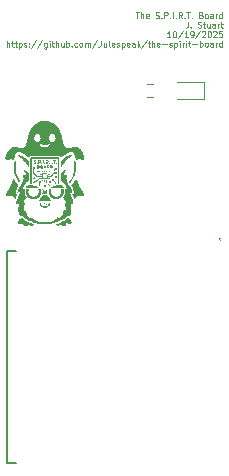
<source format=gto>
%TF.GenerationSoftware,KiCad,Pcbnew,9.0.4*%
%TF.CreationDate,2025-10-19T20:36:54-04:00*%
%TF.ProjectId,the-spirit-board,7468652d-7370-4697-9269-742d626f6172,rev?*%
%TF.SameCoordinates,Original*%
%TF.FileFunction,Legend,Top*%
%TF.FilePolarity,Positive*%
%FSLAX46Y46*%
G04 Gerber Fmt 4.6, Leading zero omitted, Abs format (unit mm)*
G04 Created by KiCad (PCBNEW 9.0.4) date 2025-10-19 20:36:54*
%MOMM*%
%LPD*%
G01*
G04 APERTURE LIST*
%ADD10C,0.100000*%
%ADD11C,0.000000*%
%ADD12C,0.120000*%
%ADD13C,0.200000*%
G04 APERTURE END LIST*
D10*
X151805643Y-102843693D02*
X152091357Y-102843693D01*
X151948500Y-103343693D02*
X151948500Y-102843693D01*
X152258023Y-103343693D02*
X152258023Y-102843693D01*
X152472309Y-103343693D02*
X152472309Y-103081788D01*
X152472309Y-103081788D02*
X152448499Y-103034169D01*
X152448499Y-103034169D02*
X152400880Y-103010360D01*
X152400880Y-103010360D02*
X152329452Y-103010360D01*
X152329452Y-103010360D02*
X152281833Y-103034169D01*
X152281833Y-103034169D02*
X152258023Y-103057979D01*
X152900880Y-103319884D02*
X152853261Y-103343693D01*
X152853261Y-103343693D02*
X152758023Y-103343693D01*
X152758023Y-103343693D02*
X152710404Y-103319884D01*
X152710404Y-103319884D02*
X152686595Y-103272264D01*
X152686595Y-103272264D02*
X152686595Y-103081788D01*
X152686595Y-103081788D02*
X152710404Y-103034169D01*
X152710404Y-103034169D02*
X152758023Y-103010360D01*
X152758023Y-103010360D02*
X152853261Y-103010360D01*
X152853261Y-103010360D02*
X152900880Y-103034169D01*
X152900880Y-103034169D02*
X152924690Y-103081788D01*
X152924690Y-103081788D02*
X152924690Y-103129407D01*
X152924690Y-103129407D02*
X152686595Y-103177026D01*
X153496118Y-103319884D02*
X153567546Y-103343693D01*
X153567546Y-103343693D02*
X153686594Y-103343693D01*
X153686594Y-103343693D02*
X153734213Y-103319884D01*
X153734213Y-103319884D02*
X153758022Y-103296074D01*
X153758022Y-103296074D02*
X153781832Y-103248455D01*
X153781832Y-103248455D02*
X153781832Y-103200836D01*
X153781832Y-103200836D02*
X153758022Y-103153217D01*
X153758022Y-103153217D02*
X153734213Y-103129407D01*
X153734213Y-103129407D02*
X153686594Y-103105598D01*
X153686594Y-103105598D02*
X153591356Y-103081788D01*
X153591356Y-103081788D02*
X153543737Y-103057979D01*
X153543737Y-103057979D02*
X153519927Y-103034169D01*
X153519927Y-103034169D02*
X153496118Y-102986550D01*
X153496118Y-102986550D02*
X153496118Y-102938931D01*
X153496118Y-102938931D02*
X153519927Y-102891312D01*
X153519927Y-102891312D02*
X153543737Y-102867503D01*
X153543737Y-102867503D02*
X153591356Y-102843693D01*
X153591356Y-102843693D02*
X153710403Y-102843693D01*
X153710403Y-102843693D02*
X153781832Y-102867503D01*
X153996117Y-103296074D02*
X154019927Y-103319884D01*
X154019927Y-103319884D02*
X153996117Y-103343693D01*
X153996117Y-103343693D02*
X153972308Y-103319884D01*
X153972308Y-103319884D02*
X153996117Y-103296074D01*
X153996117Y-103296074D02*
X153996117Y-103343693D01*
X154234212Y-103343693D02*
X154234212Y-102843693D01*
X154234212Y-102843693D02*
X154424688Y-102843693D01*
X154424688Y-102843693D02*
X154472307Y-102867503D01*
X154472307Y-102867503D02*
X154496117Y-102891312D01*
X154496117Y-102891312D02*
X154519926Y-102938931D01*
X154519926Y-102938931D02*
X154519926Y-103010360D01*
X154519926Y-103010360D02*
X154496117Y-103057979D01*
X154496117Y-103057979D02*
X154472307Y-103081788D01*
X154472307Y-103081788D02*
X154424688Y-103105598D01*
X154424688Y-103105598D02*
X154234212Y-103105598D01*
X154734212Y-103296074D02*
X154758022Y-103319884D01*
X154758022Y-103319884D02*
X154734212Y-103343693D01*
X154734212Y-103343693D02*
X154710403Y-103319884D01*
X154710403Y-103319884D02*
X154734212Y-103296074D01*
X154734212Y-103296074D02*
X154734212Y-103343693D01*
X154972307Y-103343693D02*
X154972307Y-102843693D01*
X155210402Y-103296074D02*
X155234212Y-103319884D01*
X155234212Y-103319884D02*
X155210402Y-103343693D01*
X155210402Y-103343693D02*
X155186593Y-103319884D01*
X155186593Y-103319884D02*
X155210402Y-103296074D01*
X155210402Y-103296074D02*
X155210402Y-103343693D01*
X155734211Y-103343693D02*
X155567545Y-103105598D01*
X155448497Y-103343693D02*
X155448497Y-102843693D01*
X155448497Y-102843693D02*
X155638973Y-102843693D01*
X155638973Y-102843693D02*
X155686592Y-102867503D01*
X155686592Y-102867503D02*
X155710402Y-102891312D01*
X155710402Y-102891312D02*
X155734211Y-102938931D01*
X155734211Y-102938931D02*
X155734211Y-103010360D01*
X155734211Y-103010360D02*
X155710402Y-103057979D01*
X155710402Y-103057979D02*
X155686592Y-103081788D01*
X155686592Y-103081788D02*
X155638973Y-103105598D01*
X155638973Y-103105598D02*
X155448497Y-103105598D01*
X155948497Y-103296074D02*
X155972307Y-103319884D01*
X155972307Y-103319884D02*
X155948497Y-103343693D01*
X155948497Y-103343693D02*
X155924688Y-103319884D01*
X155924688Y-103319884D02*
X155948497Y-103296074D01*
X155948497Y-103296074D02*
X155948497Y-103343693D01*
X156115164Y-102843693D02*
X156400878Y-102843693D01*
X156258021Y-103343693D02*
X156258021Y-102843693D01*
X156567544Y-103296074D02*
X156591354Y-103319884D01*
X156591354Y-103319884D02*
X156567544Y-103343693D01*
X156567544Y-103343693D02*
X156543735Y-103319884D01*
X156543735Y-103319884D02*
X156567544Y-103296074D01*
X156567544Y-103296074D02*
X156567544Y-103343693D01*
X157353258Y-103081788D02*
X157424686Y-103105598D01*
X157424686Y-103105598D02*
X157448496Y-103129407D01*
X157448496Y-103129407D02*
X157472305Y-103177026D01*
X157472305Y-103177026D02*
X157472305Y-103248455D01*
X157472305Y-103248455D02*
X157448496Y-103296074D01*
X157448496Y-103296074D02*
X157424686Y-103319884D01*
X157424686Y-103319884D02*
X157377067Y-103343693D01*
X157377067Y-103343693D02*
X157186591Y-103343693D01*
X157186591Y-103343693D02*
X157186591Y-102843693D01*
X157186591Y-102843693D02*
X157353258Y-102843693D01*
X157353258Y-102843693D02*
X157400877Y-102867503D01*
X157400877Y-102867503D02*
X157424686Y-102891312D01*
X157424686Y-102891312D02*
X157448496Y-102938931D01*
X157448496Y-102938931D02*
X157448496Y-102986550D01*
X157448496Y-102986550D02*
X157424686Y-103034169D01*
X157424686Y-103034169D02*
X157400877Y-103057979D01*
X157400877Y-103057979D02*
X157353258Y-103081788D01*
X157353258Y-103081788D02*
X157186591Y-103081788D01*
X157758020Y-103343693D02*
X157710401Y-103319884D01*
X157710401Y-103319884D02*
X157686591Y-103296074D01*
X157686591Y-103296074D02*
X157662782Y-103248455D01*
X157662782Y-103248455D02*
X157662782Y-103105598D01*
X157662782Y-103105598D02*
X157686591Y-103057979D01*
X157686591Y-103057979D02*
X157710401Y-103034169D01*
X157710401Y-103034169D02*
X157758020Y-103010360D01*
X157758020Y-103010360D02*
X157829448Y-103010360D01*
X157829448Y-103010360D02*
X157877067Y-103034169D01*
X157877067Y-103034169D02*
X157900877Y-103057979D01*
X157900877Y-103057979D02*
X157924686Y-103105598D01*
X157924686Y-103105598D02*
X157924686Y-103248455D01*
X157924686Y-103248455D02*
X157900877Y-103296074D01*
X157900877Y-103296074D02*
X157877067Y-103319884D01*
X157877067Y-103319884D02*
X157829448Y-103343693D01*
X157829448Y-103343693D02*
X157758020Y-103343693D01*
X158353258Y-103343693D02*
X158353258Y-103081788D01*
X158353258Y-103081788D02*
X158329448Y-103034169D01*
X158329448Y-103034169D02*
X158281829Y-103010360D01*
X158281829Y-103010360D02*
X158186591Y-103010360D01*
X158186591Y-103010360D02*
X158138972Y-103034169D01*
X158353258Y-103319884D02*
X158305639Y-103343693D01*
X158305639Y-103343693D02*
X158186591Y-103343693D01*
X158186591Y-103343693D02*
X158138972Y-103319884D01*
X158138972Y-103319884D02*
X158115163Y-103272264D01*
X158115163Y-103272264D02*
X158115163Y-103224645D01*
X158115163Y-103224645D02*
X158138972Y-103177026D01*
X158138972Y-103177026D02*
X158186591Y-103153217D01*
X158186591Y-103153217D02*
X158305639Y-103153217D01*
X158305639Y-103153217D02*
X158353258Y-103129407D01*
X158591353Y-103343693D02*
X158591353Y-103010360D01*
X158591353Y-103105598D02*
X158615163Y-103057979D01*
X158615163Y-103057979D02*
X158638972Y-103034169D01*
X158638972Y-103034169D02*
X158686591Y-103010360D01*
X158686591Y-103010360D02*
X158734210Y-103010360D01*
X159115163Y-103343693D02*
X159115163Y-102843693D01*
X159115163Y-103319884D02*
X159067544Y-103343693D01*
X159067544Y-103343693D02*
X158972306Y-103343693D01*
X158972306Y-103343693D02*
X158924687Y-103319884D01*
X158924687Y-103319884D02*
X158900877Y-103296074D01*
X158900877Y-103296074D02*
X158877068Y-103248455D01*
X158877068Y-103248455D02*
X158877068Y-103105598D01*
X158877068Y-103105598D02*
X158900877Y-103057979D01*
X158900877Y-103057979D02*
X158924687Y-103034169D01*
X158924687Y-103034169D02*
X158972306Y-103010360D01*
X158972306Y-103010360D02*
X159067544Y-103010360D01*
X159067544Y-103010360D02*
X159115163Y-103034169D01*
X156234212Y-103648665D02*
X156234212Y-104005808D01*
X156234212Y-104005808D02*
X156210403Y-104077236D01*
X156210403Y-104077236D02*
X156162784Y-104124856D01*
X156162784Y-104124856D02*
X156091355Y-104148665D01*
X156091355Y-104148665D02*
X156043736Y-104148665D01*
X156472307Y-104101046D02*
X156496117Y-104124856D01*
X156496117Y-104124856D02*
X156472307Y-104148665D01*
X156472307Y-104148665D02*
X156448498Y-104124856D01*
X156448498Y-104124856D02*
X156472307Y-104101046D01*
X156472307Y-104101046D02*
X156472307Y-104148665D01*
X157067545Y-104124856D02*
X157138973Y-104148665D01*
X157138973Y-104148665D02*
X157258021Y-104148665D01*
X157258021Y-104148665D02*
X157305640Y-104124856D01*
X157305640Y-104124856D02*
X157329449Y-104101046D01*
X157329449Y-104101046D02*
X157353259Y-104053427D01*
X157353259Y-104053427D02*
X157353259Y-104005808D01*
X157353259Y-104005808D02*
X157329449Y-103958189D01*
X157329449Y-103958189D02*
X157305640Y-103934379D01*
X157305640Y-103934379D02*
X157258021Y-103910570D01*
X157258021Y-103910570D02*
X157162783Y-103886760D01*
X157162783Y-103886760D02*
X157115164Y-103862951D01*
X157115164Y-103862951D02*
X157091354Y-103839141D01*
X157091354Y-103839141D02*
X157067545Y-103791522D01*
X157067545Y-103791522D02*
X157067545Y-103743903D01*
X157067545Y-103743903D02*
X157091354Y-103696284D01*
X157091354Y-103696284D02*
X157115164Y-103672475D01*
X157115164Y-103672475D02*
X157162783Y-103648665D01*
X157162783Y-103648665D02*
X157281830Y-103648665D01*
X157281830Y-103648665D02*
X157353259Y-103672475D01*
X157496116Y-103815332D02*
X157686592Y-103815332D01*
X157567544Y-103648665D02*
X157567544Y-104077236D01*
X157567544Y-104077236D02*
X157591354Y-104124856D01*
X157591354Y-104124856D02*
X157638973Y-104148665D01*
X157638973Y-104148665D02*
X157686592Y-104148665D01*
X158067544Y-103815332D02*
X158067544Y-104148665D01*
X157853258Y-103815332D02*
X157853258Y-104077236D01*
X157853258Y-104077236D02*
X157877068Y-104124856D01*
X157877068Y-104124856D02*
X157924687Y-104148665D01*
X157924687Y-104148665D02*
X157996115Y-104148665D01*
X157996115Y-104148665D02*
X158043734Y-104124856D01*
X158043734Y-104124856D02*
X158067544Y-104101046D01*
X158519925Y-104148665D02*
X158519925Y-103886760D01*
X158519925Y-103886760D02*
X158496115Y-103839141D01*
X158496115Y-103839141D02*
X158448496Y-103815332D01*
X158448496Y-103815332D02*
X158353258Y-103815332D01*
X158353258Y-103815332D02*
X158305639Y-103839141D01*
X158519925Y-104124856D02*
X158472306Y-104148665D01*
X158472306Y-104148665D02*
X158353258Y-104148665D01*
X158353258Y-104148665D02*
X158305639Y-104124856D01*
X158305639Y-104124856D02*
X158281830Y-104077236D01*
X158281830Y-104077236D02*
X158281830Y-104029617D01*
X158281830Y-104029617D02*
X158305639Y-103981998D01*
X158305639Y-103981998D02*
X158353258Y-103958189D01*
X158353258Y-103958189D02*
X158472306Y-103958189D01*
X158472306Y-103958189D02*
X158519925Y-103934379D01*
X158758020Y-104148665D02*
X158758020Y-103815332D01*
X158758020Y-103910570D02*
X158781830Y-103862951D01*
X158781830Y-103862951D02*
X158805639Y-103839141D01*
X158805639Y-103839141D02*
X158853258Y-103815332D01*
X158853258Y-103815332D02*
X158900877Y-103815332D01*
X158996116Y-103815332D02*
X159186592Y-103815332D01*
X159067544Y-103648665D02*
X159067544Y-104077236D01*
X159067544Y-104077236D02*
X159091354Y-104124856D01*
X159091354Y-104124856D02*
X159138973Y-104148665D01*
X159138973Y-104148665D02*
X159186592Y-104148665D01*
X154758023Y-104953637D02*
X154472309Y-104953637D01*
X154615166Y-104953637D02*
X154615166Y-104453637D01*
X154615166Y-104453637D02*
X154567547Y-104525066D01*
X154567547Y-104525066D02*
X154519928Y-104572685D01*
X154519928Y-104572685D02*
X154472309Y-104596494D01*
X155067546Y-104453637D02*
X155115165Y-104453637D01*
X155115165Y-104453637D02*
X155162784Y-104477447D01*
X155162784Y-104477447D02*
X155186594Y-104501256D01*
X155186594Y-104501256D02*
X155210403Y-104548875D01*
X155210403Y-104548875D02*
X155234213Y-104644113D01*
X155234213Y-104644113D02*
X155234213Y-104763161D01*
X155234213Y-104763161D02*
X155210403Y-104858399D01*
X155210403Y-104858399D02*
X155186594Y-104906018D01*
X155186594Y-104906018D02*
X155162784Y-104929828D01*
X155162784Y-104929828D02*
X155115165Y-104953637D01*
X155115165Y-104953637D02*
X155067546Y-104953637D01*
X155067546Y-104953637D02*
X155019927Y-104929828D01*
X155019927Y-104929828D02*
X154996118Y-104906018D01*
X154996118Y-104906018D02*
X154972308Y-104858399D01*
X154972308Y-104858399D02*
X154948499Y-104763161D01*
X154948499Y-104763161D02*
X154948499Y-104644113D01*
X154948499Y-104644113D02*
X154972308Y-104548875D01*
X154972308Y-104548875D02*
X154996118Y-104501256D01*
X154996118Y-104501256D02*
X155019927Y-104477447D01*
X155019927Y-104477447D02*
X155067546Y-104453637D01*
X155805641Y-104429828D02*
X155377070Y-105072685D01*
X156234213Y-104953637D02*
X155948499Y-104953637D01*
X156091356Y-104953637D02*
X156091356Y-104453637D01*
X156091356Y-104453637D02*
X156043737Y-104525066D01*
X156043737Y-104525066D02*
X155996118Y-104572685D01*
X155996118Y-104572685D02*
X155948499Y-104596494D01*
X156472308Y-104953637D02*
X156567546Y-104953637D01*
X156567546Y-104953637D02*
X156615165Y-104929828D01*
X156615165Y-104929828D02*
X156638974Y-104906018D01*
X156638974Y-104906018D02*
X156686593Y-104834589D01*
X156686593Y-104834589D02*
X156710403Y-104739351D01*
X156710403Y-104739351D02*
X156710403Y-104548875D01*
X156710403Y-104548875D02*
X156686593Y-104501256D01*
X156686593Y-104501256D02*
X156662784Y-104477447D01*
X156662784Y-104477447D02*
X156615165Y-104453637D01*
X156615165Y-104453637D02*
X156519927Y-104453637D01*
X156519927Y-104453637D02*
X156472308Y-104477447D01*
X156472308Y-104477447D02*
X156448498Y-104501256D01*
X156448498Y-104501256D02*
X156424689Y-104548875D01*
X156424689Y-104548875D02*
X156424689Y-104667923D01*
X156424689Y-104667923D02*
X156448498Y-104715542D01*
X156448498Y-104715542D02*
X156472308Y-104739351D01*
X156472308Y-104739351D02*
X156519927Y-104763161D01*
X156519927Y-104763161D02*
X156615165Y-104763161D01*
X156615165Y-104763161D02*
X156662784Y-104739351D01*
X156662784Y-104739351D02*
X156686593Y-104715542D01*
X156686593Y-104715542D02*
X156710403Y-104667923D01*
X157281831Y-104429828D02*
X156853260Y-105072685D01*
X157424689Y-104501256D02*
X157448498Y-104477447D01*
X157448498Y-104477447D02*
X157496117Y-104453637D01*
X157496117Y-104453637D02*
X157615165Y-104453637D01*
X157615165Y-104453637D02*
X157662784Y-104477447D01*
X157662784Y-104477447D02*
X157686593Y-104501256D01*
X157686593Y-104501256D02*
X157710403Y-104548875D01*
X157710403Y-104548875D02*
X157710403Y-104596494D01*
X157710403Y-104596494D02*
X157686593Y-104667923D01*
X157686593Y-104667923D02*
X157400879Y-104953637D01*
X157400879Y-104953637D02*
X157710403Y-104953637D01*
X158019926Y-104453637D02*
X158067545Y-104453637D01*
X158067545Y-104453637D02*
X158115164Y-104477447D01*
X158115164Y-104477447D02*
X158138974Y-104501256D01*
X158138974Y-104501256D02*
X158162783Y-104548875D01*
X158162783Y-104548875D02*
X158186593Y-104644113D01*
X158186593Y-104644113D02*
X158186593Y-104763161D01*
X158186593Y-104763161D02*
X158162783Y-104858399D01*
X158162783Y-104858399D02*
X158138974Y-104906018D01*
X158138974Y-104906018D02*
X158115164Y-104929828D01*
X158115164Y-104929828D02*
X158067545Y-104953637D01*
X158067545Y-104953637D02*
X158019926Y-104953637D01*
X158019926Y-104953637D02*
X157972307Y-104929828D01*
X157972307Y-104929828D02*
X157948498Y-104906018D01*
X157948498Y-104906018D02*
X157924688Y-104858399D01*
X157924688Y-104858399D02*
X157900879Y-104763161D01*
X157900879Y-104763161D02*
X157900879Y-104644113D01*
X157900879Y-104644113D02*
X157924688Y-104548875D01*
X157924688Y-104548875D02*
X157948498Y-104501256D01*
X157948498Y-104501256D02*
X157972307Y-104477447D01*
X157972307Y-104477447D02*
X158019926Y-104453637D01*
X158377069Y-104501256D02*
X158400878Y-104477447D01*
X158400878Y-104477447D02*
X158448497Y-104453637D01*
X158448497Y-104453637D02*
X158567545Y-104453637D01*
X158567545Y-104453637D02*
X158615164Y-104477447D01*
X158615164Y-104477447D02*
X158638973Y-104501256D01*
X158638973Y-104501256D02*
X158662783Y-104548875D01*
X158662783Y-104548875D02*
X158662783Y-104596494D01*
X158662783Y-104596494D02*
X158638973Y-104667923D01*
X158638973Y-104667923D02*
X158353259Y-104953637D01*
X158353259Y-104953637D02*
X158662783Y-104953637D01*
X159115163Y-104453637D02*
X158877068Y-104453637D01*
X158877068Y-104453637D02*
X158853259Y-104691732D01*
X158853259Y-104691732D02*
X158877068Y-104667923D01*
X158877068Y-104667923D02*
X158924687Y-104644113D01*
X158924687Y-104644113D02*
X159043735Y-104644113D01*
X159043735Y-104644113D02*
X159091354Y-104667923D01*
X159091354Y-104667923D02*
X159115163Y-104691732D01*
X159115163Y-104691732D02*
X159138973Y-104739351D01*
X159138973Y-104739351D02*
X159138973Y-104858399D01*
X159138973Y-104858399D02*
X159115163Y-104906018D01*
X159115163Y-104906018D02*
X159091354Y-104929828D01*
X159091354Y-104929828D02*
X159043735Y-104953637D01*
X159043735Y-104953637D02*
X158924687Y-104953637D01*
X158924687Y-104953637D02*
X158877068Y-104929828D01*
X158877068Y-104929828D02*
X158853259Y-104906018D01*
X140900877Y-105758609D02*
X140900877Y-105258609D01*
X141115163Y-105758609D02*
X141115163Y-105496704D01*
X141115163Y-105496704D02*
X141091353Y-105449085D01*
X141091353Y-105449085D02*
X141043734Y-105425276D01*
X141043734Y-105425276D02*
X140972306Y-105425276D01*
X140972306Y-105425276D02*
X140924687Y-105449085D01*
X140924687Y-105449085D02*
X140900877Y-105472895D01*
X141281830Y-105425276D02*
X141472306Y-105425276D01*
X141353258Y-105258609D02*
X141353258Y-105687180D01*
X141353258Y-105687180D02*
X141377068Y-105734800D01*
X141377068Y-105734800D02*
X141424687Y-105758609D01*
X141424687Y-105758609D02*
X141472306Y-105758609D01*
X141567544Y-105425276D02*
X141758020Y-105425276D01*
X141638972Y-105258609D02*
X141638972Y-105687180D01*
X141638972Y-105687180D02*
X141662782Y-105734800D01*
X141662782Y-105734800D02*
X141710401Y-105758609D01*
X141710401Y-105758609D02*
X141758020Y-105758609D01*
X141924686Y-105425276D02*
X141924686Y-105925276D01*
X141924686Y-105449085D02*
X141972305Y-105425276D01*
X141972305Y-105425276D02*
X142067543Y-105425276D01*
X142067543Y-105425276D02*
X142115162Y-105449085D01*
X142115162Y-105449085D02*
X142138972Y-105472895D01*
X142138972Y-105472895D02*
X142162781Y-105520514D01*
X142162781Y-105520514D02*
X142162781Y-105663371D01*
X142162781Y-105663371D02*
X142138972Y-105710990D01*
X142138972Y-105710990D02*
X142115162Y-105734800D01*
X142115162Y-105734800D02*
X142067543Y-105758609D01*
X142067543Y-105758609D02*
X141972305Y-105758609D01*
X141972305Y-105758609D02*
X141924686Y-105734800D01*
X142353258Y-105734800D02*
X142400877Y-105758609D01*
X142400877Y-105758609D02*
X142496115Y-105758609D01*
X142496115Y-105758609D02*
X142543734Y-105734800D01*
X142543734Y-105734800D02*
X142567543Y-105687180D01*
X142567543Y-105687180D02*
X142567543Y-105663371D01*
X142567543Y-105663371D02*
X142543734Y-105615752D01*
X142543734Y-105615752D02*
X142496115Y-105591942D01*
X142496115Y-105591942D02*
X142424686Y-105591942D01*
X142424686Y-105591942D02*
X142377067Y-105568133D01*
X142377067Y-105568133D02*
X142353258Y-105520514D01*
X142353258Y-105520514D02*
X142353258Y-105496704D01*
X142353258Y-105496704D02*
X142377067Y-105449085D01*
X142377067Y-105449085D02*
X142424686Y-105425276D01*
X142424686Y-105425276D02*
X142496115Y-105425276D01*
X142496115Y-105425276D02*
X142543734Y-105449085D01*
X142781829Y-105710990D02*
X142805639Y-105734800D01*
X142805639Y-105734800D02*
X142781829Y-105758609D01*
X142781829Y-105758609D02*
X142758020Y-105734800D01*
X142758020Y-105734800D02*
X142781829Y-105710990D01*
X142781829Y-105710990D02*
X142781829Y-105758609D01*
X142781829Y-105449085D02*
X142805639Y-105472895D01*
X142805639Y-105472895D02*
X142781829Y-105496704D01*
X142781829Y-105496704D02*
X142758020Y-105472895D01*
X142758020Y-105472895D02*
X142781829Y-105449085D01*
X142781829Y-105449085D02*
X142781829Y-105496704D01*
X143377067Y-105234800D02*
X142948496Y-105877657D01*
X143900877Y-105234800D02*
X143472306Y-105877657D01*
X144281830Y-105425276D02*
X144281830Y-105830038D01*
X144281830Y-105830038D02*
X144258020Y-105877657D01*
X144258020Y-105877657D02*
X144234211Y-105901466D01*
X144234211Y-105901466D02*
X144186592Y-105925276D01*
X144186592Y-105925276D02*
X144115163Y-105925276D01*
X144115163Y-105925276D02*
X144067544Y-105901466D01*
X144281830Y-105734800D02*
X144234211Y-105758609D01*
X144234211Y-105758609D02*
X144138973Y-105758609D01*
X144138973Y-105758609D02*
X144091354Y-105734800D01*
X144091354Y-105734800D02*
X144067544Y-105710990D01*
X144067544Y-105710990D02*
X144043735Y-105663371D01*
X144043735Y-105663371D02*
X144043735Y-105520514D01*
X144043735Y-105520514D02*
X144067544Y-105472895D01*
X144067544Y-105472895D02*
X144091354Y-105449085D01*
X144091354Y-105449085D02*
X144138973Y-105425276D01*
X144138973Y-105425276D02*
X144234211Y-105425276D01*
X144234211Y-105425276D02*
X144281830Y-105449085D01*
X144519925Y-105758609D02*
X144519925Y-105425276D01*
X144519925Y-105258609D02*
X144496116Y-105282419D01*
X144496116Y-105282419D02*
X144519925Y-105306228D01*
X144519925Y-105306228D02*
X144543735Y-105282419D01*
X144543735Y-105282419D02*
X144519925Y-105258609D01*
X144519925Y-105258609D02*
X144519925Y-105306228D01*
X144686592Y-105425276D02*
X144877068Y-105425276D01*
X144758020Y-105258609D02*
X144758020Y-105687180D01*
X144758020Y-105687180D02*
X144781830Y-105734800D01*
X144781830Y-105734800D02*
X144829449Y-105758609D01*
X144829449Y-105758609D02*
X144877068Y-105758609D01*
X145043734Y-105758609D02*
X145043734Y-105258609D01*
X145258020Y-105758609D02*
X145258020Y-105496704D01*
X145258020Y-105496704D02*
X145234210Y-105449085D01*
X145234210Y-105449085D02*
X145186591Y-105425276D01*
X145186591Y-105425276D02*
X145115163Y-105425276D01*
X145115163Y-105425276D02*
X145067544Y-105449085D01*
X145067544Y-105449085D02*
X145043734Y-105472895D01*
X145710401Y-105425276D02*
X145710401Y-105758609D01*
X145496115Y-105425276D02*
X145496115Y-105687180D01*
X145496115Y-105687180D02*
X145519925Y-105734800D01*
X145519925Y-105734800D02*
X145567544Y-105758609D01*
X145567544Y-105758609D02*
X145638972Y-105758609D01*
X145638972Y-105758609D02*
X145686591Y-105734800D01*
X145686591Y-105734800D02*
X145710401Y-105710990D01*
X145948496Y-105758609D02*
X145948496Y-105258609D01*
X145948496Y-105449085D02*
X145996115Y-105425276D01*
X145996115Y-105425276D02*
X146091353Y-105425276D01*
X146091353Y-105425276D02*
X146138972Y-105449085D01*
X146138972Y-105449085D02*
X146162782Y-105472895D01*
X146162782Y-105472895D02*
X146186591Y-105520514D01*
X146186591Y-105520514D02*
X146186591Y-105663371D01*
X146186591Y-105663371D02*
X146162782Y-105710990D01*
X146162782Y-105710990D02*
X146138972Y-105734800D01*
X146138972Y-105734800D02*
X146091353Y-105758609D01*
X146091353Y-105758609D02*
X145996115Y-105758609D01*
X145996115Y-105758609D02*
X145948496Y-105734800D01*
X146400877Y-105710990D02*
X146424687Y-105734800D01*
X146424687Y-105734800D02*
X146400877Y-105758609D01*
X146400877Y-105758609D02*
X146377068Y-105734800D01*
X146377068Y-105734800D02*
X146400877Y-105710990D01*
X146400877Y-105710990D02*
X146400877Y-105758609D01*
X146853258Y-105734800D02*
X146805639Y-105758609D01*
X146805639Y-105758609D02*
X146710401Y-105758609D01*
X146710401Y-105758609D02*
X146662782Y-105734800D01*
X146662782Y-105734800D02*
X146638972Y-105710990D01*
X146638972Y-105710990D02*
X146615163Y-105663371D01*
X146615163Y-105663371D02*
X146615163Y-105520514D01*
X146615163Y-105520514D02*
X146638972Y-105472895D01*
X146638972Y-105472895D02*
X146662782Y-105449085D01*
X146662782Y-105449085D02*
X146710401Y-105425276D01*
X146710401Y-105425276D02*
X146805639Y-105425276D01*
X146805639Y-105425276D02*
X146853258Y-105449085D01*
X147138972Y-105758609D02*
X147091353Y-105734800D01*
X147091353Y-105734800D02*
X147067543Y-105710990D01*
X147067543Y-105710990D02*
X147043734Y-105663371D01*
X147043734Y-105663371D02*
X147043734Y-105520514D01*
X147043734Y-105520514D02*
X147067543Y-105472895D01*
X147067543Y-105472895D02*
X147091353Y-105449085D01*
X147091353Y-105449085D02*
X147138972Y-105425276D01*
X147138972Y-105425276D02*
X147210400Y-105425276D01*
X147210400Y-105425276D02*
X147258019Y-105449085D01*
X147258019Y-105449085D02*
X147281829Y-105472895D01*
X147281829Y-105472895D02*
X147305638Y-105520514D01*
X147305638Y-105520514D02*
X147305638Y-105663371D01*
X147305638Y-105663371D02*
X147281829Y-105710990D01*
X147281829Y-105710990D02*
X147258019Y-105734800D01*
X147258019Y-105734800D02*
X147210400Y-105758609D01*
X147210400Y-105758609D02*
X147138972Y-105758609D01*
X147519924Y-105758609D02*
X147519924Y-105425276D01*
X147519924Y-105472895D02*
X147543734Y-105449085D01*
X147543734Y-105449085D02*
X147591353Y-105425276D01*
X147591353Y-105425276D02*
X147662781Y-105425276D01*
X147662781Y-105425276D02*
X147710400Y-105449085D01*
X147710400Y-105449085D02*
X147734210Y-105496704D01*
X147734210Y-105496704D02*
X147734210Y-105758609D01*
X147734210Y-105496704D02*
X147758019Y-105449085D01*
X147758019Y-105449085D02*
X147805638Y-105425276D01*
X147805638Y-105425276D02*
X147877067Y-105425276D01*
X147877067Y-105425276D02*
X147924686Y-105449085D01*
X147924686Y-105449085D02*
X147948496Y-105496704D01*
X147948496Y-105496704D02*
X147948496Y-105758609D01*
X148543734Y-105234800D02*
X148115163Y-105877657D01*
X148853258Y-105258609D02*
X148853258Y-105615752D01*
X148853258Y-105615752D02*
X148829449Y-105687180D01*
X148829449Y-105687180D02*
X148781830Y-105734800D01*
X148781830Y-105734800D02*
X148710401Y-105758609D01*
X148710401Y-105758609D02*
X148662782Y-105758609D01*
X149305639Y-105425276D02*
X149305639Y-105758609D01*
X149091353Y-105425276D02*
X149091353Y-105687180D01*
X149091353Y-105687180D02*
X149115163Y-105734800D01*
X149115163Y-105734800D02*
X149162782Y-105758609D01*
X149162782Y-105758609D02*
X149234210Y-105758609D01*
X149234210Y-105758609D02*
X149281829Y-105734800D01*
X149281829Y-105734800D02*
X149305639Y-105710990D01*
X149615163Y-105758609D02*
X149567544Y-105734800D01*
X149567544Y-105734800D02*
X149543734Y-105687180D01*
X149543734Y-105687180D02*
X149543734Y-105258609D01*
X149996115Y-105734800D02*
X149948496Y-105758609D01*
X149948496Y-105758609D02*
X149853258Y-105758609D01*
X149853258Y-105758609D02*
X149805639Y-105734800D01*
X149805639Y-105734800D02*
X149781830Y-105687180D01*
X149781830Y-105687180D02*
X149781830Y-105496704D01*
X149781830Y-105496704D02*
X149805639Y-105449085D01*
X149805639Y-105449085D02*
X149853258Y-105425276D01*
X149853258Y-105425276D02*
X149948496Y-105425276D01*
X149948496Y-105425276D02*
X149996115Y-105449085D01*
X149996115Y-105449085D02*
X150019925Y-105496704D01*
X150019925Y-105496704D02*
X150019925Y-105544323D01*
X150019925Y-105544323D02*
X149781830Y-105591942D01*
X150210401Y-105734800D02*
X150258020Y-105758609D01*
X150258020Y-105758609D02*
X150353258Y-105758609D01*
X150353258Y-105758609D02*
X150400877Y-105734800D01*
X150400877Y-105734800D02*
X150424686Y-105687180D01*
X150424686Y-105687180D02*
X150424686Y-105663371D01*
X150424686Y-105663371D02*
X150400877Y-105615752D01*
X150400877Y-105615752D02*
X150353258Y-105591942D01*
X150353258Y-105591942D02*
X150281829Y-105591942D01*
X150281829Y-105591942D02*
X150234210Y-105568133D01*
X150234210Y-105568133D02*
X150210401Y-105520514D01*
X150210401Y-105520514D02*
X150210401Y-105496704D01*
X150210401Y-105496704D02*
X150234210Y-105449085D01*
X150234210Y-105449085D02*
X150281829Y-105425276D01*
X150281829Y-105425276D02*
X150353258Y-105425276D01*
X150353258Y-105425276D02*
X150400877Y-105449085D01*
X150638972Y-105425276D02*
X150638972Y-105925276D01*
X150638972Y-105449085D02*
X150686591Y-105425276D01*
X150686591Y-105425276D02*
X150781829Y-105425276D01*
X150781829Y-105425276D02*
X150829448Y-105449085D01*
X150829448Y-105449085D02*
X150853258Y-105472895D01*
X150853258Y-105472895D02*
X150877067Y-105520514D01*
X150877067Y-105520514D02*
X150877067Y-105663371D01*
X150877067Y-105663371D02*
X150853258Y-105710990D01*
X150853258Y-105710990D02*
X150829448Y-105734800D01*
X150829448Y-105734800D02*
X150781829Y-105758609D01*
X150781829Y-105758609D02*
X150686591Y-105758609D01*
X150686591Y-105758609D02*
X150638972Y-105734800D01*
X151281829Y-105734800D02*
X151234210Y-105758609D01*
X151234210Y-105758609D02*
X151138972Y-105758609D01*
X151138972Y-105758609D02*
X151091353Y-105734800D01*
X151091353Y-105734800D02*
X151067544Y-105687180D01*
X151067544Y-105687180D02*
X151067544Y-105496704D01*
X151067544Y-105496704D02*
X151091353Y-105449085D01*
X151091353Y-105449085D02*
X151138972Y-105425276D01*
X151138972Y-105425276D02*
X151234210Y-105425276D01*
X151234210Y-105425276D02*
X151281829Y-105449085D01*
X151281829Y-105449085D02*
X151305639Y-105496704D01*
X151305639Y-105496704D02*
X151305639Y-105544323D01*
X151305639Y-105544323D02*
X151067544Y-105591942D01*
X151734210Y-105758609D02*
X151734210Y-105496704D01*
X151734210Y-105496704D02*
X151710400Y-105449085D01*
X151710400Y-105449085D02*
X151662781Y-105425276D01*
X151662781Y-105425276D02*
X151567543Y-105425276D01*
X151567543Y-105425276D02*
X151519924Y-105449085D01*
X151734210Y-105734800D02*
X151686591Y-105758609D01*
X151686591Y-105758609D02*
X151567543Y-105758609D01*
X151567543Y-105758609D02*
X151519924Y-105734800D01*
X151519924Y-105734800D02*
X151496115Y-105687180D01*
X151496115Y-105687180D02*
X151496115Y-105639561D01*
X151496115Y-105639561D02*
X151519924Y-105591942D01*
X151519924Y-105591942D02*
X151567543Y-105568133D01*
X151567543Y-105568133D02*
X151686591Y-105568133D01*
X151686591Y-105568133D02*
X151734210Y-105544323D01*
X151972305Y-105758609D02*
X151972305Y-105258609D01*
X152019924Y-105568133D02*
X152162781Y-105758609D01*
X152162781Y-105425276D02*
X151972305Y-105615752D01*
X152734210Y-105234800D02*
X152305639Y-105877657D01*
X152829449Y-105425276D02*
X153019925Y-105425276D01*
X152900877Y-105258609D02*
X152900877Y-105687180D01*
X152900877Y-105687180D02*
X152924687Y-105734800D01*
X152924687Y-105734800D02*
X152972306Y-105758609D01*
X152972306Y-105758609D02*
X153019925Y-105758609D01*
X153186591Y-105758609D02*
X153186591Y-105258609D01*
X153400877Y-105758609D02*
X153400877Y-105496704D01*
X153400877Y-105496704D02*
X153377067Y-105449085D01*
X153377067Y-105449085D02*
X153329448Y-105425276D01*
X153329448Y-105425276D02*
X153258020Y-105425276D01*
X153258020Y-105425276D02*
X153210401Y-105449085D01*
X153210401Y-105449085D02*
X153186591Y-105472895D01*
X153829448Y-105734800D02*
X153781829Y-105758609D01*
X153781829Y-105758609D02*
X153686591Y-105758609D01*
X153686591Y-105758609D02*
X153638972Y-105734800D01*
X153638972Y-105734800D02*
X153615163Y-105687180D01*
X153615163Y-105687180D02*
X153615163Y-105496704D01*
X153615163Y-105496704D02*
X153638972Y-105449085D01*
X153638972Y-105449085D02*
X153686591Y-105425276D01*
X153686591Y-105425276D02*
X153781829Y-105425276D01*
X153781829Y-105425276D02*
X153829448Y-105449085D01*
X153829448Y-105449085D02*
X153853258Y-105496704D01*
X153853258Y-105496704D02*
X153853258Y-105544323D01*
X153853258Y-105544323D02*
X153615163Y-105591942D01*
X154067543Y-105568133D02*
X154448496Y-105568133D01*
X154662782Y-105734800D02*
X154710401Y-105758609D01*
X154710401Y-105758609D02*
X154805639Y-105758609D01*
X154805639Y-105758609D02*
X154853258Y-105734800D01*
X154853258Y-105734800D02*
X154877067Y-105687180D01*
X154877067Y-105687180D02*
X154877067Y-105663371D01*
X154877067Y-105663371D02*
X154853258Y-105615752D01*
X154853258Y-105615752D02*
X154805639Y-105591942D01*
X154805639Y-105591942D02*
X154734210Y-105591942D01*
X154734210Y-105591942D02*
X154686591Y-105568133D01*
X154686591Y-105568133D02*
X154662782Y-105520514D01*
X154662782Y-105520514D02*
X154662782Y-105496704D01*
X154662782Y-105496704D02*
X154686591Y-105449085D01*
X154686591Y-105449085D02*
X154734210Y-105425276D01*
X154734210Y-105425276D02*
X154805639Y-105425276D01*
X154805639Y-105425276D02*
X154853258Y-105449085D01*
X155091353Y-105425276D02*
X155091353Y-105925276D01*
X155091353Y-105449085D02*
X155138972Y-105425276D01*
X155138972Y-105425276D02*
X155234210Y-105425276D01*
X155234210Y-105425276D02*
X155281829Y-105449085D01*
X155281829Y-105449085D02*
X155305639Y-105472895D01*
X155305639Y-105472895D02*
X155329448Y-105520514D01*
X155329448Y-105520514D02*
X155329448Y-105663371D01*
X155329448Y-105663371D02*
X155305639Y-105710990D01*
X155305639Y-105710990D02*
X155281829Y-105734800D01*
X155281829Y-105734800D02*
X155234210Y-105758609D01*
X155234210Y-105758609D02*
X155138972Y-105758609D01*
X155138972Y-105758609D02*
X155091353Y-105734800D01*
X155543734Y-105758609D02*
X155543734Y-105425276D01*
X155543734Y-105258609D02*
X155519925Y-105282419D01*
X155519925Y-105282419D02*
X155543734Y-105306228D01*
X155543734Y-105306228D02*
X155567544Y-105282419D01*
X155567544Y-105282419D02*
X155543734Y-105258609D01*
X155543734Y-105258609D02*
X155543734Y-105306228D01*
X155781829Y-105758609D02*
X155781829Y-105425276D01*
X155781829Y-105520514D02*
X155805639Y-105472895D01*
X155805639Y-105472895D02*
X155829448Y-105449085D01*
X155829448Y-105449085D02*
X155877067Y-105425276D01*
X155877067Y-105425276D02*
X155924686Y-105425276D01*
X156091353Y-105758609D02*
X156091353Y-105425276D01*
X156091353Y-105258609D02*
X156067544Y-105282419D01*
X156067544Y-105282419D02*
X156091353Y-105306228D01*
X156091353Y-105306228D02*
X156115163Y-105282419D01*
X156115163Y-105282419D02*
X156091353Y-105258609D01*
X156091353Y-105258609D02*
X156091353Y-105306228D01*
X156258020Y-105425276D02*
X156448496Y-105425276D01*
X156329448Y-105258609D02*
X156329448Y-105687180D01*
X156329448Y-105687180D02*
X156353258Y-105734800D01*
X156353258Y-105734800D02*
X156400877Y-105758609D01*
X156400877Y-105758609D02*
X156448496Y-105758609D01*
X156615162Y-105568133D02*
X156996115Y-105568133D01*
X157234210Y-105758609D02*
X157234210Y-105258609D01*
X157234210Y-105449085D02*
X157281829Y-105425276D01*
X157281829Y-105425276D02*
X157377067Y-105425276D01*
X157377067Y-105425276D02*
X157424686Y-105449085D01*
X157424686Y-105449085D02*
X157448496Y-105472895D01*
X157448496Y-105472895D02*
X157472305Y-105520514D01*
X157472305Y-105520514D02*
X157472305Y-105663371D01*
X157472305Y-105663371D02*
X157448496Y-105710990D01*
X157448496Y-105710990D02*
X157424686Y-105734800D01*
X157424686Y-105734800D02*
X157377067Y-105758609D01*
X157377067Y-105758609D02*
X157281829Y-105758609D01*
X157281829Y-105758609D02*
X157234210Y-105734800D01*
X157758020Y-105758609D02*
X157710401Y-105734800D01*
X157710401Y-105734800D02*
X157686591Y-105710990D01*
X157686591Y-105710990D02*
X157662782Y-105663371D01*
X157662782Y-105663371D02*
X157662782Y-105520514D01*
X157662782Y-105520514D02*
X157686591Y-105472895D01*
X157686591Y-105472895D02*
X157710401Y-105449085D01*
X157710401Y-105449085D02*
X157758020Y-105425276D01*
X157758020Y-105425276D02*
X157829448Y-105425276D01*
X157829448Y-105425276D02*
X157877067Y-105449085D01*
X157877067Y-105449085D02*
X157900877Y-105472895D01*
X157900877Y-105472895D02*
X157924686Y-105520514D01*
X157924686Y-105520514D02*
X157924686Y-105663371D01*
X157924686Y-105663371D02*
X157900877Y-105710990D01*
X157900877Y-105710990D02*
X157877067Y-105734800D01*
X157877067Y-105734800D02*
X157829448Y-105758609D01*
X157829448Y-105758609D02*
X157758020Y-105758609D01*
X158353258Y-105758609D02*
X158353258Y-105496704D01*
X158353258Y-105496704D02*
X158329448Y-105449085D01*
X158329448Y-105449085D02*
X158281829Y-105425276D01*
X158281829Y-105425276D02*
X158186591Y-105425276D01*
X158186591Y-105425276D02*
X158138972Y-105449085D01*
X158353258Y-105734800D02*
X158305639Y-105758609D01*
X158305639Y-105758609D02*
X158186591Y-105758609D01*
X158186591Y-105758609D02*
X158138972Y-105734800D01*
X158138972Y-105734800D02*
X158115163Y-105687180D01*
X158115163Y-105687180D02*
X158115163Y-105639561D01*
X158115163Y-105639561D02*
X158138972Y-105591942D01*
X158138972Y-105591942D02*
X158186591Y-105568133D01*
X158186591Y-105568133D02*
X158305639Y-105568133D01*
X158305639Y-105568133D02*
X158353258Y-105544323D01*
X158591353Y-105758609D02*
X158591353Y-105425276D01*
X158591353Y-105520514D02*
X158615163Y-105472895D01*
X158615163Y-105472895D02*
X158638972Y-105449085D01*
X158638972Y-105449085D02*
X158686591Y-105425276D01*
X158686591Y-105425276D02*
X158734210Y-105425276D01*
X159115163Y-105758609D02*
X159115163Y-105258609D01*
X159115163Y-105734800D02*
X159067544Y-105758609D01*
X159067544Y-105758609D02*
X158972306Y-105758609D01*
X158972306Y-105758609D02*
X158924687Y-105734800D01*
X158924687Y-105734800D02*
X158900877Y-105710990D01*
X158900877Y-105710990D02*
X158877068Y-105663371D01*
X158877068Y-105663371D02*
X158877068Y-105520514D01*
X158877068Y-105520514D02*
X158900877Y-105472895D01*
X158900877Y-105472895D02*
X158924687Y-105449085D01*
X158924687Y-105449085D02*
X158972306Y-105425276D01*
X158972306Y-105425276D02*
X159067544Y-105425276D01*
X159067544Y-105425276D02*
X159115163Y-105449085D01*
D11*
%TO.C,G\u002A\u002A\u002A*%
G36*
X143841692Y-116578730D02*
G01*
X143841692Y-116612923D01*
X143778192Y-116612923D01*
X143714692Y-116612923D01*
X143714692Y-116578730D01*
X143714692Y-116544538D01*
X143778192Y-116544538D01*
X143841692Y-116544538D01*
X143841692Y-116578730D01*
G37*
G36*
X143841692Y-116739923D02*
G01*
X143841692Y-116779000D01*
X143783077Y-116779000D01*
X143724461Y-116779000D01*
X143724461Y-116739923D01*
X143724461Y-116700846D01*
X143783077Y-116700846D01*
X143841692Y-116700846D01*
X143841692Y-116739923D01*
G37*
G36*
X143841692Y-116906000D02*
G01*
X143841692Y-116945077D01*
X143783077Y-116945077D01*
X143724461Y-116945077D01*
X143724461Y-116906000D01*
X143724461Y-116866923D01*
X143783077Y-116866923D01*
X143841692Y-116866923D01*
X143841692Y-116906000D01*
G37*
G36*
X144154307Y-116354038D02*
G01*
X144154307Y-116417538D01*
X144115230Y-116417538D01*
X144076154Y-116417538D01*
X144076154Y-116354038D01*
X144076154Y-116290538D01*
X144115230Y-116290538D01*
X144154307Y-116290538D01*
X144154307Y-116354038D01*
G37*
G36*
X144273980Y-116292419D02*
G01*
X144315500Y-116295423D01*
X144318408Y-116356480D01*
X144321317Y-116417538D01*
X144276889Y-116417538D01*
X144232461Y-116417538D01*
X144232461Y-116353476D01*
X144232461Y-116289415D01*
X144273980Y-116292419D01*
G37*
G36*
X144535307Y-116578730D02*
G01*
X144535307Y-116612923D01*
X144476692Y-116612923D01*
X144418077Y-116612923D01*
X144418077Y-116578730D01*
X144418077Y-116544538D01*
X144476692Y-116544538D01*
X144535307Y-116544538D01*
X144535307Y-116578730D01*
G37*
G36*
X144535307Y-116906000D02*
G01*
X144535307Y-116945077D01*
X144476692Y-116945077D01*
X144418077Y-116945077D01*
X144418077Y-116906000D01*
X144418077Y-116866923D01*
X144476692Y-116866923D01*
X144535307Y-116866923D01*
X144535307Y-116906000D01*
G37*
G36*
X144271859Y-119124036D02*
G01*
X144276423Y-119143154D01*
X144271053Y-119163278D01*
X144254398Y-119170704D01*
X144233791Y-119167156D01*
X144226488Y-119158493D01*
X144224313Y-119134307D01*
X144236017Y-119118533D01*
X144254398Y-119115603D01*
X144271859Y-119124036D01*
G37*
G36*
X143847770Y-115630904D02*
G01*
X143856942Y-115636494D01*
X143868444Y-115655514D01*
X143866561Y-115676194D01*
X143852882Y-115690583D01*
X143845722Y-115692644D01*
X143823421Y-115688479D01*
X143812879Y-115680557D01*
X143805042Y-115659895D01*
X143811564Y-115641413D01*
X143827466Y-115630090D01*
X143847770Y-115630904D01*
G37*
G36*
X143918136Y-118977305D02*
G01*
X143926223Y-118982060D01*
X143938377Y-118996040D01*
X143933972Y-119012279D01*
X143933453Y-119013139D01*
X143914962Y-119030794D01*
X143894432Y-119031845D01*
X143882144Y-119022695D01*
X143874062Y-119002241D01*
X143880608Y-118984870D01*
X143896919Y-118975064D01*
X143918136Y-118977305D01*
G37*
G36*
X144782322Y-115624685D02*
G01*
X144795072Y-115644819D01*
X144794341Y-115664839D01*
X144781377Y-115679521D01*
X144760521Y-115685243D01*
X144741059Y-115680484D01*
X144735233Y-115674521D01*
X144731569Y-115654768D01*
X144738071Y-115633277D01*
X144751244Y-115618588D01*
X144758990Y-115616461D01*
X144782322Y-115624685D01*
G37*
G36*
X143521777Y-115644094D02*
G01*
X143528134Y-115665304D01*
X143521494Y-115688975D01*
X143513725Y-115698802D01*
X143490593Y-115712944D01*
X143469227Y-115707740D01*
X143460797Y-115699627D01*
X143453190Y-115677283D01*
X143458562Y-115652362D01*
X143474286Y-115633910D01*
X143480722Y-115630959D01*
X143505085Y-115630821D01*
X143521777Y-115644094D01*
G37*
G36*
X144007300Y-119118582D02*
G01*
X144022486Y-119131235D01*
X144025424Y-119150615D01*
X144017693Y-119169643D01*
X144000869Y-119181238D01*
X143993115Y-119182230D01*
X143977347Y-119175965D01*
X143970646Y-119170507D01*
X143960580Y-119150286D01*
X143965676Y-119131158D01*
X143982058Y-119118615D01*
X144005849Y-119118147D01*
X144007300Y-119118582D01*
G37*
G36*
X144351170Y-118982733D02*
G01*
X144364741Y-118991027D01*
X144377668Y-119005357D01*
X144374204Y-119021009D01*
X144373417Y-119022327D01*
X144357048Y-119040270D01*
X144338445Y-119039805D01*
X144324874Y-119031511D01*
X144311947Y-119017181D01*
X144315410Y-119001529D01*
X144316198Y-119000211D01*
X144332567Y-118982268D01*
X144351170Y-118982733D01*
G37*
G36*
X144521400Y-115620950D02*
G01*
X144537566Y-115635320D01*
X144543368Y-115657029D01*
X144543106Y-115659568D01*
X144532935Y-115675862D01*
X144514074Y-115684121D01*
X144495804Y-115680766D01*
X144493386Y-115678745D01*
X144486680Y-115661523D01*
X144488381Y-115639392D01*
X144497123Y-115622564D01*
X144501239Y-115619946D01*
X144521400Y-115620950D01*
G37*
G36*
X143956480Y-116292391D02*
G01*
X143993115Y-116295423D01*
X143996024Y-116356480D01*
X143998932Y-116417538D01*
X143953459Y-116417538D01*
X143925890Y-116416415D01*
X143913903Y-116412036D01*
X143913620Y-116402886D01*
X143913916Y-116402085D01*
X143917412Y-116383557D01*
X143919542Y-116354113D01*
X143919846Y-116337996D01*
X143919846Y-116289359D01*
X143956480Y-116292391D01*
G37*
G36*
X143998000Y-117116038D02*
G01*
X143997164Y-117155756D01*
X143992779Y-117179020D01*
X143982027Y-117188899D01*
X143962090Y-117188464D01*
X143936942Y-117182573D01*
X143927701Y-117176958D01*
X143922457Y-117163313D01*
X143920196Y-117137361D01*
X143919846Y-117110437D01*
X143919846Y-117042769D01*
X143958923Y-117042769D01*
X143998000Y-117042769D01*
X143998000Y-117116038D01*
G37*
G36*
X144126548Y-115628993D02*
G01*
X144134198Y-115640180D01*
X144134769Y-115648700D01*
X144129943Y-115671665D01*
X144123046Y-115682892D01*
X144110249Y-115692605D01*
X144095921Y-115691033D01*
X144088365Y-115688145D01*
X144079574Y-115675831D01*
X144076154Y-115654724D01*
X144078670Y-115634522D01*
X144090353Y-115627080D01*
X144105461Y-115626230D01*
X144126548Y-115628993D01*
G37*
G36*
X144139587Y-118990841D02*
G01*
X144161267Y-119005231D01*
X144174009Y-119030932D01*
X144175233Y-119060777D01*
X144170247Y-119075992D01*
X144150724Y-119096667D01*
X144124052Y-119103522D01*
X144097222Y-119096219D01*
X144080563Y-119080299D01*
X144069678Y-119049773D01*
X144074334Y-119021328D01*
X144091481Y-118999590D01*
X144118066Y-118989183D01*
X144139587Y-118990841D01*
G37*
G36*
X144164077Y-117116434D02*
G01*
X144164077Y-117190099D01*
X144125000Y-117187793D01*
X144085923Y-117185487D01*
X144085923Y-117129581D01*
X144084925Y-117096045D01*
X144082358Y-117069052D01*
X144079993Y-117058222D01*
X144079652Y-117048671D01*
X144090827Y-117044032D01*
X144117397Y-117042771D01*
X144119070Y-117042769D01*
X144164077Y-117042769D01*
X144164077Y-117116434D01*
G37*
G36*
X145102124Y-115622745D02*
G01*
X145121408Y-115637300D01*
X145131102Y-115653684D01*
X145131230Y-115655437D01*
X145123302Y-115678829D01*
X145103870Y-115692684D01*
X145079466Y-115694982D01*
X145056619Y-115683704D01*
X145052836Y-115679672D01*
X145046529Y-115659227D01*
X145052914Y-115636705D01*
X145068335Y-115620172D01*
X145081477Y-115616461D01*
X145102124Y-115622745D01*
G37*
G36*
X143980904Y-115374054D02*
G01*
X144002687Y-115379483D01*
X144011687Y-115388652D01*
X144011677Y-115389327D01*
X144011248Y-115402925D01*
X144010711Y-115432373D01*
X144010120Y-115473982D01*
X144009529Y-115524063D01*
X144009234Y-115552961D01*
X144007769Y-115704384D01*
X143978461Y-115704384D01*
X143949154Y-115704384D01*
X143949154Y-115537688D01*
X143949154Y-115370992D01*
X143980904Y-115374054D01*
G37*
G36*
X144644507Y-115372899D02*
G01*
X144653735Y-115376638D01*
X144660006Y-115386049D01*
X144663780Y-115403735D01*
X144665516Y-115432296D01*
X144665674Y-115474335D01*
X144664714Y-115532452D01*
X144664235Y-115555404D01*
X144661277Y-115694615D01*
X144632485Y-115694615D01*
X144603692Y-115694615D01*
X144603692Y-115533423D01*
X144603692Y-115372230D01*
X144631861Y-115372230D01*
X144644507Y-115372899D01*
G37*
G36*
X144173817Y-118337471D02*
G01*
X144209268Y-118339018D01*
X144236483Y-118342896D01*
X144261113Y-118350171D01*
X144288807Y-118361906D01*
X144310846Y-118372295D01*
X144394228Y-118422212D01*
X144468770Y-118486781D01*
X144532155Y-118562921D01*
X144582066Y-118647553D01*
X144616185Y-118737595D01*
X144628318Y-118794293D01*
X144635218Y-118840307D01*
X144129735Y-118840307D01*
X143624252Y-118840307D01*
X143630841Y-118790636D01*
X143651197Y-118706160D01*
X143688326Y-118622539D01*
X143739643Y-118543276D01*
X143802562Y-118471873D01*
X143874497Y-118411833D01*
X143938863Y-118373306D01*
X143970965Y-118357758D01*
X143996297Y-118347467D01*
X144020432Y-118341349D01*
X144048941Y-118338320D01*
X144087394Y-118337296D01*
X144124479Y-118337192D01*
X144173817Y-118337471D01*
G37*
G36*
X144320384Y-117162609D02*
G01*
X144320384Y-117282448D01*
X144427846Y-117389577D01*
X144468525Y-117430300D01*
X144497374Y-117460155D01*
X144516426Y-117482044D01*
X144527714Y-117498869D01*
X144533268Y-117513532D01*
X144535122Y-117528935D01*
X144535307Y-117543024D01*
X144533900Y-117572338D01*
X144527451Y-117589281D01*
X144512622Y-117600947D01*
X144506485Y-117604249D01*
X144479471Y-117616223D01*
X144464563Y-117615237D01*
X144458289Y-117599019D01*
X144457154Y-117571973D01*
X144456809Y-117553717D01*
X144454404Y-117538678D01*
X144447882Y-117523944D01*
X144435185Y-117506600D01*
X144414256Y-117483733D01*
X144383038Y-117452429D01*
X144349692Y-117419762D01*
X144242230Y-117314731D01*
X144242230Y-117178750D01*
X144242230Y-117042769D01*
X144281307Y-117042769D01*
X144320384Y-117042769D01*
X144320384Y-117162609D01*
G37*
G36*
X145072615Y-115401538D02*
G01*
X145071341Y-115419560D01*
X145063983Y-115428096D01*
X145045238Y-115430680D01*
X145028654Y-115430846D01*
X144984692Y-115430846D01*
X144984692Y-115562730D01*
X144984207Y-115619254D01*
X144982617Y-115658432D01*
X144979722Y-115682438D01*
X144975321Y-115693442D01*
X144972480Y-115694748D01*
X144953634Y-115697269D01*
X144938288Y-115700772D01*
X144920813Y-115702231D01*
X144914761Y-115698197D01*
X144913771Y-115684509D01*
X144912788Y-115657700D01*
X144912175Y-115631115D01*
X144911265Y-115588993D01*
X144909964Y-115539507D01*
X144908837Y-115502262D01*
X144906538Y-115432025D01*
X144869904Y-115428993D01*
X144845248Y-115424975D01*
X144833935Y-115415352D01*
X144830178Y-115399096D01*
X144827086Y-115372230D01*
X144949851Y-115372230D01*
X145072615Y-115372230D01*
X145072615Y-115401538D01*
G37*
G36*
X144347424Y-116732596D02*
G01*
X144348714Y-116969500D01*
X144128148Y-116969500D01*
X144052002Y-116969072D01*
X143990247Y-116967826D01*
X143944166Y-116965818D01*
X143915044Y-116963103D01*
X143904164Y-116959739D01*
X143904161Y-116959730D01*
X143903079Y-116942691D01*
X143904661Y-116930423D01*
X143905865Y-116915105D01*
X143906189Y-116906000D01*
X143978461Y-116906000D01*
X144125000Y-116906000D01*
X144271538Y-116906000D01*
X144271538Y-116735038D01*
X144271538Y-116564077D01*
X144125000Y-116564077D01*
X143978461Y-116564077D01*
X143978461Y-116735038D01*
X143978461Y-116906000D01*
X143906189Y-116906000D01*
X143906991Y-116883452D01*
X143907973Y-116838670D01*
X143908746Y-116783962D01*
X143909142Y-116735038D01*
X143909243Y-116722533D01*
X143909329Y-116703288D01*
X143910077Y-116495692D01*
X144128105Y-116495692D01*
X144346134Y-116495692D01*
X144347424Y-116732596D01*
G37*
G36*
X143590530Y-116249419D02*
G01*
X143602449Y-116256834D01*
X143619981Y-116268987D01*
X143634716Y-116278224D01*
X143652481Y-116287794D01*
X143679101Y-116300947D01*
X143697659Y-116309933D01*
X143727511Y-116328711D01*
X143753598Y-116352626D01*
X143772347Y-116377353D01*
X143780185Y-116398566D01*
X143778302Y-116407591D01*
X143763270Y-116415988D01*
X143739519Y-116416765D01*
X143716031Y-116410574D01*
X143704388Y-116402240D01*
X143686323Y-116386426D01*
X143665498Y-116373397D01*
X143647560Y-116365940D01*
X143633974Y-116368441D01*
X143617119Y-116383066D01*
X143611670Y-116388695D01*
X143576972Y-116412794D01*
X143538980Y-116418613D01*
X143501318Y-116406143D01*
X143479479Y-116388982D01*
X143455933Y-116355076D01*
X143451885Y-116320020D01*
X143467337Y-116283923D01*
X143478993Y-116269200D01*
X143512694Y-116244240D01*
X143550940Y-116237539D01*
X143590530Y-116249419D01*
G37*
G36*
X142937777Y-117466021D02*
G01*
X143036039Y-117479563D01*
X143147119Y-117505114D01*
X143207340Y-117522123D01*
X143266239Y-117541032D01*
X143337612Y-117566164D01*
X143416215Y-117595501D01*
X143496804Y-117627025D01*
X143574138Y-117658720D01*
X143642973Y-117688569D01*
X143659600Y-117696132D01*
X143736393Y-117731500D01*
X143100312Y-117732536D01*
X142990808Y-117732618D01*
X142887268Y-117732508D01*
X142791311Y-117732221D01*
X142704559Y-117731770D01*
X142628631Y-117731170D01*
X142565150Y-117730433D01*
X142515737Y-117729573D01*
X142482011Y-117728605D01*
X142465594Y-117727542D01*
X142464230Y-117727121D01*
X142470567Y-117710184D01*
X142487384Y-117683685D01*
X142511389Y-117651926D01*
X142539293Y-117619205D01*
X142567803Y-117589824D01*
X142573032Y-117584961D01*
X142635365Y-117535666D01*
X142701128Y-117499311D01*
X142772199Y-117475709D01*
X142850457Y-117464674D01*
X142937777Y-117466021D01*
G37*
G36*
X144580332Y-117145935D02*
G01*
X144602216Y-117154352D01*
X144631544Y-117175329D01*
X144647383Y-117203447D01*
X144652508Y-117243888D01*
X144652538Y-117248246D01*
X144644255Y-117288582D01*
X144622264Y-117319541D01*
X144590852Y-117339352D01*
X144554308Y-117346249D01*
X144516918Y-117338461D01*
X144485710Y-117317059D01*
X144463130Y-117283293D01*
X144456590Y-117247037D01*
X144458188Y-117239065D01*
X144525487Y-117239065D01*
X144528350Y-117260933D01*
X144542634Y-117276448D01*
X144561284Y-117285305D01*
X144574333Y-117282048D01*
X144588405Y-117268161D01*
X144599790Y-117244176D01*
X144595206Y-117220736D01*
X144576238Y-117204657D01*
X144573416Y-117203654D01*
X144550594Y-117204337D01*
X144533760Y-117218170D01*
X144525487Y-117239065D01*
X144458188Y-117239065D01*
X144463686Y-117211648D01*
X144482012Y-117180486D01*
X144509165Y-117156908D01*
X144542740Y-117144271D01*
X144580332Y-117145935D01*
G37*
G36*
X144859679Y-116950724D02*
G01*
X144887838Y-116972980D01*
X144904183Y-117005663D01*
X144906538Y-117025625D01*
X144912512Y-117042765D01*
X144931090Y-117068739D01*
X144963257Y-117104791D01*
X144994461Y-117136765D01*
X145082384Y-117224688D01*
X145082384Y-117318388D01*
X145082384Y-117412088D01*
X145051619Y-117422813D01*
X145027945Y-117430213D01*
X145012511Y-117433526D01*
X145012047Y-117433538D01*
X145008371Y-117424500D01*
X145005861Y-117400272D01*
X145004861Y-117365188D01*
X145005038Y-117344730D01*
X145006834Y-117255922D01*
X144939811Y-117188381D01*
X144872787Y-117120839D01*
X144826610Y-117126965D01*
X144796891Y-117129496D01*
X144777293Y-117125200D01*
X144758819Y-117111276D01*
X144750678Y-117103335D01*
X144726851Y-117067996D01*
X144720741Y-117030505D01*
X144731474Y-116994719D01*
X144758174Y-116964496D01*
X144785699Y-116948798D01*
X144824152Y-116941722D01*
X144859679Y-116950724D01*
G37*
G36*
X143244948Y-116819989D02*
G01*
X143248480Y-116821423D01*
X143282810Y-116843455D01*
X143301511Y-116875605D01*
X143306338Y-116913311D01*
X143297630Y-116951231D01*
X143272793Y-116979876D01*
X143233760Y-116997426D01*
X143213193Y-117001096D01*
X143183488Y-117002729D01*
X143163366Y-116997031D01*
X143143323Y-116980842D01*
X143138774Y-116976354D01*
X143114170Y-116940748D01*
X143108631Y-116910445D01*
X143167615Y-116910445D01*
X143176142Y-116929960D01*
X143197305Y-116941774D01*
X143216393Y-116943054D01*
X143234405Y-116936999D01*
X143240584Y-116920561D01*
X143240884Y-116911949D01*
X143234911Y-116884334D01*
X143219548Y-116870726D01*
X143198633Y-116873356D01*
X143187725Y-116881059D01*
X143172830Y-116898230D01*
X143167615Y-116910445D01*
X143108631Y-116910445D01*
X143107326Y-116903306D01*
X143118234Y-116867637D01*
X143139060Y-116843365D01*
X143175049Y-116819214D01*
X143208518Y-116811788D01*
X143244948Y-116819989D01*
G37*
G36*
X144165298Y-117470133D02*
G01*
X144197125Y-117493884D01*
X144217584Y-117525187D01*
X144222692Y-117551627D01*
X144214573Y-117593874D01*
X144192898Y-117627109D01*
X144161689Y-117649554D01*
X144124969Y-117659431D01*
X144086761Y-117654964D01*
X144051088Y-117634373D01*
X144046094Y-117629674D01*
X144024083Y-117596167D01*
X144017276Y-117562319D01*
X144078916Y-117562319D01*
X144092321Y-117581750D01*
X144116308Y-117597581D01*
X144140830Y-117595989D01*
X144152354Y-117587892D01*
X144163242Y-117565422D01*
X144160367Y-117540336D01*
X144144872Y-117521663D01*
X144143883Y-117521111D01*
X144123715Y-117515726D01*
X144102007Y-117524534D01*
X144099921Y-117525877D01*
X144080121Y-117543880D01*
X144078916Y-117562319D01*
X144017276Y-117562319D01*
X144016407Y-117558000D01*
X144021936Y-117520035D01*
X144039539Y-117487135D01*
X144068087Y-117464163D01*
X144086008Y-117457942D01*
X144126721Y-117457098D01*
X144165298Y-117470133D01*
G37*
G36*
X145081324Y-116688071D02*
G01*
X145109783Y-116705623D01*
X145135527Y-116737423D01*
X145145034Y-116772318D01*
X145140475Y-116806859D01*
X145124023Y-116837599D01*
X145097850Y-116861090D01*
X145064130Y-116873884D01*
X145025034Y-116872533D01*
X145008022Y-116867117D01*
X144987565Y-116853639D01*
X144966887Y-116832712D01*
X144966503Y-116832227D01*
X144948136Y-116796611D01*
X144947662Y-116787739D01*
X145007036Y-116787739D01*
X145016976Y-116807467D01*
X145037880Y-116817732D01*
X145043307Y-116818077D01*
X145063956Y-116811031D01*
X145072226Y-116803892D01*
X145080765Y-116782100D01*
X145075449Y-116760836D01*
X145060437Y-116745343D01*
X145039889Y-116740863D01*
X145026211Y-116745904D01*
X145009601Y-116765050D01*
X145007036Y-116787739D01*
X144947662Y-116787739D01*
X144946268Y-116761665D01*
X144957952Y-116729993D01*
X144980245Y-116704195D01*
X145010201Y-116686874D01*
X145044875Y-116680632D01*
X145081324Y-116688071D01*
G37*
G36*
X143236924Y-115954146D02*
G01*
X143243526Y-115957983D01*
X143276818Y-115987507D01*
X143291666Y-116021684D01*
X143287893Y-116058237D01*
X143265322Y-116094885D01*
X143254979Y-116105445D01*
X143226230Y-116132300D01*
X143226230Y-116277484D01*
X143226230Y-116422667D01*
X143370327Y-116566324D01*
X143514423Y-116709982D01*
X143602346Y-116712741D01*
X143644075Y-116714331D01*
X143670167Y-116716653D01*
X143684522Y-116720821D01*
X143691038Y-116727950D01*
X143693566Y-116738818D01*
X143691261Y-116760026D01*
X143683797Y-116770418D01*
X143668900Y-116773951D01*
X143639360Y-116776765D01*
X143600070Y-116778490D01*
X143572652Y-116778850D01*
X143474574Y-116779000D01*
X143316210Y-116619580D01*
X143157846Y-116460161D01*
X143157846Y-116293062D01*
X143157846Y-116125964D01*
X143128538Y-116096656D01*
X143104534Y-116062358D01*
X143100039Y-116027257D01*
X143115061Y-115991775D01*
X143126096Y-115978053D01*
X143161045Y-115950825D01*
X143198281Y-115942806D01*
X143236924Y-115954146D01*
G37*
G36*
X146373004Y-114895135D02*
G01*
X146393145Y-114905444D01*
X146412282Y-114931968D01*
X146417659Y-114942384D01*
X146430149Y-114968734D01*
X146438188Y-114987230D01*
X146439731Y-114991907D01*
X146431695Y-114998067D01*
X146409767Y-115009688D01*
X146378062Y-115024650D01*
X146364596Y-115030643D01*
X146303858Y-115061068D01*
X146234138Y-115102345D01*
X146160116Y-115151361D01*
X146086477Y-115205004D01*
X146017902Y-115260163D01*
X146013169Y-115264210D01*
X145941390Y-115331408D01*
X145864989Y-115412883D01*
X145786927Y-115504906D01*
X145710167Y-115603749D01*
X145637672Y-115705682D01*
X145572402Y-115806976D01*
X145544712Y-115853922D01*
X145482923Y-115962208D01*
X145482923Y-115693191D01*
X145482923Y-115424174D01*
X145543980Y-115365839D01*
X145637215Y-115284483D01*
X145745225Y-115204716D01*
X145869380Y-115125631D01*
X146011047Y-115046321D01*
X146078846Y-115011339D01*
X146165641Y-114968625D01*
X146236800Y-114935959D01*
X146293223Y-114912987D01*
X146335810Y-114899352D01*
X146365462Y-114894700D01*
X146373004Y-114895135D01*
G37*
G36*
X143883272Y-115810889D02*
G01*
X143893199Y-115813702D01*
X143933694Y-115834787D01*
X143960386Y-115868205D01*
X143974412Y-115915565D01*
X143976213Y-115931402D01*
X143973724Y-115985508D01*
X143958198Y-116030684D01*
X143931941Y-116064794D01*
X143897260Y-116085700D01*
X143856461Y-116091265D01*
X143815019Y-116080787D01*
X143778596Y-116054642D01*
X143754776Y-116014516D01*
X143744447Y-115962065D01*
X143744073Y-115948615D01*
X143746086Y-115933280D01*
X143806725Y-115933280D01*
X143808363Y-115967886D01*
X143818760Y-115997168D01*
X143835782Y-116018013D01*
X143857298Y-116027307D01*
X143881174Y-116021935D01*
X143894725Y-116011417D01*
X143905443Y-115989692D01*
X143910129Y-115957253D01*
X143908831Y-115921957D01*
X143901596Y-115891659D01*
X143893909Y-115878557D01*
X143868937Y-115861483D01*
X143844336Y-115863004D01*
X143823308Y-115882385D01*
X143815979Y-115896464D01*
X143806725Y-115933280D01*
X143746086Y-115933280D01*
X143751085Y-115895196D01*
X143770677Y-115852754D01*
X143800683Y-115823249D01*
X143838937Y-115808641D01*
X143883272Y-115810889D01*
G37*
G36*
X141897771Y-114896623D02*
G01*
X141937884Y-114907188D01*
X141989502Y-114925573D01*
X142050051Y-114950580D01*
X142116954Y-114981012D01*
X142187637Y-115015671D01*
X142259524Y-115053361D01*
X142330040Y-115092885D01*
X142396608Y-115133045D01*
X142430038Y-115154594D01*
X142513587Y-115211917D01*
X142590568Y-115268702D01*
X142657828Y-115322488D01*
X142712213Y-115370815D01*
X142730605Y-115389046D01*
X142767403Y-115427119D01*
X142764797Y-115687291D01*
X142762192Y-115947462D01*
X142718421Y-115872327D01*
X142670622Y-115793432D01*
X142617338Y-115710812D01*
X142562575Y-115630420D01*
X142510340Y-115558209D01*
X142483758Y-115523654D01*
X142394740Y-115418828D01*
X142299469Y-115320639D01*
X142200508Y-115231191D01*
X142100421Y-115152588D01*
X142001771Y-115086932D01*
X141907123Y-115036328D01*
X141870750Y-115020689D01*
X141840100Y-115007811D01*
X141818317Y-114997298D01*
X141810094Y-114991415D01*
X141810095Y-114991400D01*
X141816223Y-114972040D01*
X141829659Y-114946405D01*
X141846355Y-114920819D01*
X141862264Y-114901608D01*
X141871739Y-114895074D01*
X141897771Y-114896623D01*
G37*
G36*
X143667652Y-116871497D02*
G01*
X143688789Y-116882514D01*
X143695154Y-116895035D01*
X143688487Y-116906222D01*
X143669778Y-116928941D01*
X143640958Y-116961075D01*
X143603960Y-117000502D01*
X143560717Y-117045103D01*
X143531414Y-117074627D01*
X143478304Y-117127369D01*
X143436873Y-117167654D01*
X143405226Y-117197079D01*
X143381470Y-117217243D01*
X143363711Y-117229743D01*
X143350055Y-117236176D01*
X143338608Y-117238141D01*
X143337576Y-117238154D01*
X143317451Y-117240499D01*
X143305628Y-117251106D01*
X143296341Y-117275330D01*
X143295875Y-117276877D01*
X143283229Y-117305550D01*
X143266606Y-117327542D01*
X143262847Y-117330608D01*
X143228625Y-117343903D01*
X143189233Y-117343801D01*
X143153236Y-117330803D01*
X143143407Y-117323634D01*
X143121765Y-117294328D01*
X143112318Y-117265278D01*
X143110459Y-117241706D01*
X143116128Y-117223527D01*
X143132448Y-117203197D01*
X143142112Y-117193318D01*
X143177697Y-117157733D01*
X143250555Y-117164561D01*
X143323412Y-117171388D01*
X143472861Y-117019155D01*
X143517282Y-116974560D01*
X143557783Y-116935136D01*
X143592177Y-116902908D01*
X143618283Y-116879905D01*
X143633914Y-116868153D01*
X143636751Y-116867056D01*
X143667652Y-116871497D01*
G37*
G36*
X144693154Y-115799399D02*
G01*
X144741092Y-115821166D01*
X144771751Y-115849255D01*
X144797673Y-115894051D01*
X144805022Y-115943413D01*
X144793490Y-115994964D01*
X144791374Y-115999950D01*
X144769421Y-116035280D01*
X144738519Y-116058672D01*
X144695632Y-116071619D01*
X144637726Y-116075615D01*
X144637572Y-116075615D01*
X144571828Y-116075615D01*
X144577883Y-116038980D01*
X144580445Y-116013704D01*
X144582493Y-115974963D01*
X144583486Y-115938846D01*
X144642769Y-115938846D01*
X144642953Y-115980466D01*
X144644216Y-116006308D01*
X144647621Y-116020131D01*
X144654230Y-116025697D01*
X144665108Y-116026764D01*
X144667636Y-116026769D01*
X144691660Y-116020008D01*
X144715603Y-116003653D01*
X144716482Y-116002790D01*
X144735304Y-115972767D01*
X144740628Y-115938152D01*
X144734026Y-115903834D01*
X144717071Y-115874705D01*
X144691337Y-115855655D01*
X144667636Y-115850923D01*
X144655865Y-115851575D01*
X144648556Y-115856040D01*
X144644646Y-115868077D01*
X144643072Y-115891447D01*
X144642770Y-115929908D01*
X144642769Y-115938846D01*
X144583486Y-115938846D01*
X144583762Y-115928830D01*
X144584046Y-115897327D01*
X144584154Y-115792307D01*
X144633313Y-115792307D01*
X144693154Y-115799399D01*
G37*
G36*
X145097655Y-116382190D02*
G01*
X145115708Y-116398749D01*
X145136713Y-116435810D01*
X145140669Y-116473212D01*
X145128682Y-116506880D01*
X145101858Y-116532739D01*
X145076380Y-116543601D01*
X145034758Y-116547585D01*
X145000073Y-116533637D01*
X144977242Y-116511075D01*
X144958494Y-116493507D01*
X144940637Y-116485930D01*
X144940228Y-116485923D01*
X144928344Y-116492582D01*
X144905203Y-116511163D01*
X144873157Y-116539565D01*
X144834558Y-116575691D01*
X144791759Y-116617442D01*
X144783070Y-116626114D01*
X144643141Y-116766306D01*
X144562359Y-116772594D01*
X144506653Y-116776850D01*
X144467514Y-116779063D01*
X144442021Y-116778571D01*
X144427252Y-116774713D01*
X144420285Y-116766826D01*
X144418197Y-116754250D01*
X144418077Y-116739923D01*
X144418077Y-116700846D01*
X144514773Y-116700846D01*
X144611469Y-116700846D01*
X144748244Y-116559192D01*
X144795058Y-116510931D01*
X144830666Y-116475045D01*
X144857289Y-116449713D01*
X144877147Y-116433119D01*
X144892463Y-116423442D01*
X144905457Y-116418863D01*
X144918351Y-116417564D01*
X144921234Y-116417538D01*
X144962966Y-116408405D01*
X144986474Y-116393115D01*
X145023954Y-116371918D01*
X145062326Y-116368334D01*
X145097655Y-116382190D01*
G37*
G36*
X144211810Y-115934960D02*
G01*
X144226368Y-115982657D01*
X144238164Y-116023292D01*
X144246253Y-116053447D01*
X144249690Y-116069701D01*
X144249583Y-116071519D01*
X144238119Y-116075377D01*
X144222968Y-116077847D01*
X144205555Y-116075761D01*
X144195300Y-116061021D01*
X144191797Y-116049731D01*
X144184645Y-116030403D01*
X144172576Y-116020662D01*
X144149189Y-116016305D01*
X144139604Y-116015467D01*
X144112193Y-116014287D01*
X144097584Y-116018757D01*
X144089171Y-116032301D01*
X144085185Y-116043657D01*
X144075191Y-116068979D01*
X144064261Y-116079170D01*
X144047119Y-116078150D01*
X144040948Y-116076518D01*
X144033134Y-116073613D01*
X144028749Y-116068209D01*
X144028262Y-116057358D01*
X144032140Y-116038110D01*
X144040853Y-116007517D01*
X144054870Y-115962630D01*
X144055923Y-115959320D01*
X144117828Y-115959320D01*
X144126569Y-115966902D01*
X144139654Y-115968154D01*
X144158468Y-115963594D01*
X144164077Y-115954957D01*
X144161015Y-115937217D01*
X144153550Y-115911607D01*
X144152621Y-115908899D01*
X144141164Y-115876036D01*
X144128941Y-115909883D01*
X144118848Y-115941558D01*
X144117828Y-115959320D01*
X144055923Y-115959320D01*
X144063216Y-115936404D01*
X144106038Y-115802077D01*
X144138200Y-115802077D01*
X144170363Y-115802077D01*
X144211810Y-115934960D01*
G37*
G36*
X145426714Y-117467184D02*
G01*
X145489871Y-117480172D01*
X145548391Y-117502707D01*
X145598617Y-117531003D01*
X145636147Y-117558113D01*
X145673645Y-117590111D01*
X145708574Y-117624164D01*
X145738395Y-117657437D01*
X145760573Y-117687097D01*
X145772571Y-117710310D01*
X145771851Y-117724242D01*
X145771725Y-117724371D01*
X145760967Y-117725607D01*
X145732326Y-117726775D01*
X145687456Y-117727856D01*
X145628013Y-117728832D01*
X145555652Y-117729685D01*
X145472027Y-117730395D01*
X145378794Y-117730945D01*
X145277607Y-117731316D01*
X145170122Y-117731489D01*
X145135791Y-117731500D01*
X145027162Y-117731406D01*
X144924683Y-117731134D01*
X144829961Y-117730702D01*
X144744603Y-117730125D01*
X144670214Y-117729418D01*
X144608402Y-117728599D01*
X144560773Y-117727684D01*
X144528934Y-117726687D01*
X144514493Y-117725627D01*
X144513822Y-117725262D01*
X144526383Y-117718519D01*
X144554224Y-117706212D01*
X144594288Y-117689534D01*
X144643522Y-117669676D01*
X144698870Y-117647830D01*
X144757277Y-117625187D01*
X144815689Y-117602938D01*
X144871051Y-117582276D01*
X144920308Y-117564392D01*
X144960405Y-117550478D01*
X144970038Y-117547305D01*
X145086952Y-117511763D01*
X145189038Y-117486033D01*
X145278335Y-117470062D01*
X145356881Y-117463797D01*
X145426714Y-117467184D01*
G37*
G36*
X143643820Y-115372285D02*
G01*
X143707752Y-115375388D01*
X143755103Y-115385426D01*
X143787990Y-115403675D01*
X143808535Y-115431410D01*
X143818855Y-115469907D01*
X143819802Y-115478198D01*
X143821122Y-115509527D01*
X143815668Y-115531081D01*
X143800656Y-115552210D01*
X143796301Y-115557164D01*
X143777761Y-115575188D01*
X143758079Y-115585709D01*
X143730209Y-115591624D01*
X143706166Y-115594209D01*
X143644101Y-115599836D01*
X143648728Y-115647985D01*
X143650581Y-115677223D01*
X143647520Y-115693157D01*
X143637536Y-115701801D01*
X143629656Y-115705144D01*
X143612768Y-115711206D01*
X143600363Y-115713089D01*
X143591712Y-115708429D01*
X143586085Y-115694863D01*
X143582754Y-115670028D01*
X143580990Y-115631561D01*
X143580063Y-115577101D01*
X143579686Y-115543192D01*
X143578759Y-115457688D01*
X143647518Y-115457688D01*
X143649971Y-115471144D01*
X143654389Y-115498945D01*
X143656077Y-115519990D01*
X143663906Y-115533613D01*
X143683490Y-115538538D01*
X143708966Y-115534526D01*
X143732057Y-115523100D01*
X143749329Y-115501453D01*
X143752969Y-115475106D01*
X143742046Y-115452338D01*
X143725583Y-115445115D01*
X143698270Y-115440988D01*
X143687094Y-115440615D01*
X143660503Y-115441250D01*
X143648846Y-115445679D01*
X143647518Y-115457688D01*
X143578759Y-115457688D01*
X143577833Y-115372230D01*
X143643820Y-115372285D01*
G37*
G36*
X143763704Y-118967965D02*
G01*
X143782989Y-118970765D01*
X143791273Y-118976942D01*
X143792846Y-118985817D01*
X143795638Y-119004177D01*
X143802959Y-119034529D01*
X143813224Y-119070304D01*
X143813237Y-119070345D01*
X143843116Y-119135451D01*
X143888109Y-119191985D01*
X143944954Y-119238007D01*
X144010387Y-119271577D01*
X144081146Y-119290757D01*
X144153966Y-119293607D01*
X144182532Y-119289816D01*
X144261035Y-119266584D01*
X144327197Y-119228209D01*
X144380989Y-119174721D01*
X144422379Y-119106150D01*
X144450594Y-119025473D01*
X144464192Y-118972192D01*
X144524173Y-118969283D01*
X144555462Y-118968710D01*
X144577163Y-118970116D01*
X144584154Y-118972758D01*
X144581873Y-118984897D01*
X144575935Y-119010122D01*
X144568802Y-119038385D01*
X144535591Y-119132021D01*
X144488161Y-119213921D01*
X144427792Y-119282799D01*
X144355765Y-119337371D01*
X144273364Y-119376351D01*
X144215559Y-119392569D01*
X144164172Y-119401916D01*
X144122431Y-119405021D01*
X144081534Y-119402078D01*
X144047397Y-119396270D01*
X143995483Y-119380880D01*
X143937334Y-119355441D01*
X143880437Y-119323812D01*
X143832281Y-119289850D01*
X143819819Y-119279007D01*
X143764233Y-119216448D01*
X143720279Y-119142174D01*
X143686783Y-119053935D01*
X143671397Y-118994173D01*
X143665474Y-118967307D01*
X143729160Y-118967307D01*
X143763704Y-118967965D01*
G37*
G36*
X144417177Y-115802802D02*
G01*
X144441367Y-115806203D01*
X144458604Y-115814116D01*
X144475173Y-115828378D01*
X144477443Y-115830633D01*
X144500696Y-115864922D01*
X144504685Y-115901071D01*
X144489310Y-115937547D01*
X144484987Y-115943386D01*
X144463974Y-115970099D01*
X144484987Y-116013349D01*
X144499670Y-116045635D01*
X144504558Y-116064435D01*
X144499494Y-116073255D01*
X144484326Y-116075601D01*
X144482250Y-116075615D01*
X144466994Y-116072107D01*
X144453214Y-116059078D01*
X144437457Y-116032770D01*
X144430739Y-116019533D01*
X144413792Y-115989842D01*
X144397272Y-115968309D01*
X144386104Y-115960201D01*
X144376697Y-115961000D01*
X144371567Y-115970683D01*
X144369503Y-115993279D01*
X144369230Y-116016283D01*
X144369230Y-116075615D01*
X144339923Y-116075615D01*
X144310615Y-116075615D01*
X144310615Y-115938846D01*
X144310615Y-115885115D01*
X144369230Y-115885115D01*
X144370750Y-115908034D01*
X144379261Y-115917434D01*
X144400695Y-115919304D01*
X144403079Y-115919307D01*
X144433547Y-115913696D01*
X144446212Y-115901959D01*
X144450714Y-115878199D01*
X144438502Y-115860311D01*
X144412201Y-115851392D01*
X144402937Y-115850923D01*
X144380343Y-115852467D01*
X144371076Y-115861093D01*
X144369234Y-115882788D01*
X144369230Y-115885115D01*
X144310615Y-115885115D01*
X144310615Y-115802077D01*
X144379751Y-115802077D01*
X144417177Y-115802802D01*
G37*
G36*
X146556028Y-115391293D02*
G01*
X146570756Y-115403517D01*
X146595266Y-115427644D01*
X146626397Y-115455997D01*
X146658781Y-115480562D01*
X146683758Y-115495175D01*
X146700031Y-115502739D01*
X146712124Y-115510935D01*
X146721080Y-115522783D01*
X146727938Y-115541304D01*
X146733741Y-115569519D01*
X146739530Y-115610447D01*
X146746346Y-115667109D01*
X146748045Y-115681630D01*
X146760290Y-115835288D01*
X146762459Y-115995184D01*
X146754818Y-116155237D01*
X146737635Y-116309365D01*
X146715027Y-116434377D01*
X146670865Y-116597433D01*
X146611424Y-116755725D01*
X146538171Y-116906381D01*
X146452572Y-117046529D01*
X146356094Y-117173296D01*
X146313307Y-117221191D01*
X146249807Y-117288881D01*
X146229120Y-117265960D01*
X146207844Y-117239741D01*
X146192095Y-117217292D01*
X146185110Y-117205110D01*
X146183011Y-117194140D01*
X146187350Y-117180614D01*
X146199676Y-117160764D01*
X146221540Y-117130823D01*
X146235092Y-117112803D01*
X146326414Y-116983001D01*
X146402120Y-116855808D01*
X146464721Y-116726544D01*
X146516730Y-116590526D01*
X146519047Y-116583615D01*
X146568535Y-116405966D01*
X146600456Y-116222400D01*
X146614845Y-116032250D01*
X146611740Y-115834847D01*
X146591179Y-115629521D01*
X146576924Y-115538307D01*
X146568653Y-115491292D01*
X146560980Y-115449327D01*
X146554827Y-115417365D01*
X146551426Y-115401538D01*
X146550292Y-115391054D01*
X146556028Y-115391293D01*
G37*
G36*
X143734582Y-117147221D02*
G01*
X143765154Y-117168327D01*
X143785947Y-117200707D01*
X143792846Y-117238691D01*
X143790115Y-117267839D01*
X143779077Y-117290235D01*
X143758654Y-117312055D01*
X143724461Y-117344303D01*
X143724461Y-117462190D01*
X143723893Y-117507536D01*
X143722346Y-117544731D01*
X143720053Y-117570028D01*
X143717247Y-117579678D01*
X143717134Y-117579685D01*
X143704117Y-117575149D01*
X143683060Y-117564783D01*
X143682942Y-117564720D01*
X143671225Y-117557774D01*
X143663533Y-117549570D01*
X143659019Y-117536248D01*
X143656836Y-117513953D01*
X143656137Y-117478827D01*
X143656077Y-117442365D01*
X143655922Y-117395234D01*
X143654843Y-117363469D01*
X143651917Y-117342895D01*
X143646219Y-117329339D01*
X143636825Y-117318627D01*
X143626769Y-117309924D01*
X143607484Y-117290030D01*
X143599061Y-117267965D01*
X143597461Y-117241418D01*
X143598014Y-117235521D01*
X143648356Y-117235521D01*
X143655087Y-117257408D01*
X143672638Y-117272572D01*
X143691808Y-117275429D01*
X143715345Y-117266971D01*
X143728310Y-117255250D01*
X143732843Y-117234207D01*
X143723106Y-117215985D01*
X143704369Y-117203636D01*
X143681899Y-117200208D01*
X143660966Y-117208754D01*
X143656246Y-117213526D01*
X143648356Y-117235521D01*
X143598014Y-117235521D01*
X143600548Y-117208479D01*
X143612527Y-117184136D01*
X143626017Y-117169017D01*
X143660832Y-117145820D01*
X143698414Y-117139136D01*
X143734582Y-117147221D01*
G37*
G36*
X145080777Y-116012926D02*
G01*
X145109304Y-116032717D01*
X145112443Y-116035787D01*
X145136499Y-116071149D01*
X145141530Y-116108522D01*
X145127556Y-116145566D01*
X145111226Y-116165508D01*
X145089689Y-116184287D01*
X145069780Y-116191596D01*
X145041653Y-116190784D01*
X145038081Y-116190393D01*
X145012179Y-116188672D01*
X144994012Y-116192894D01*
X144976341Y-116206253D01*
X144957406Y-116225976D01*
X144932385Y-116255201D01*
X144910200Y-116284569D01*
X144901700Y-116297598D01*
X144883299Y-116328748D01*
X144721865Y-116326739D01*
X144560431Y-116324730D01*
X144525906Y-116371134D01*
X144503816Y-116398325D01*
X144485984Y-116412432D01*
X144466914Y-116417302D01*
X144459614Y-116417538D01*
X144436191Y-116414377D01*
X144427980Y-116403714D01*
X144427846Y-116401300D01*
X144435259Y-116373256D01*
X144454697Y-116339992D01*
X144481957Y-116307171D01*
X144512834Y-116280455D01*
X144521850Y-116274667D01*
X144540177Y-116264297D01*
X144556249Y-116257273D01*
X144574108Y-116253144D01*
X144597799Y-116251460D01*
X144631365Y-116251771D01*
X144678851Y-116253627D01*
X144701645Y-116254655D01*
X144836803Y-116260804D01*
X144870782Y-116214613D01*
X144894492Y-116184280D01*
X144918271Y-116156811D01*
X144930073Y-116144739D01*
X144950823Y-116115089D01*
X144955384Y-116092699D01*
X144964266Y-116060097D01*
X144987382Y-116031789D01*
X145019434Y-116012656D01*
X145048192Y-116007230D01*
X145080777Y-116012926D01*
G37*
G36*
X144285986Y-115373730D02*
G01*
X144329920Y-115375747D01*
X144359181Y-115378757D01*
X144378633Y-115383999D01*
X144393140Y-115392713D01*
X144405659Y-115404216D01*
X144422527Y-115424586D01*
X144430341Y-115446616D01*
X144432018Y-115478858D01*
X144431985Y-115481414D01*
X144429599Y-115514441D01*
X144421756Y-115535898D01*
X144405581Y-115553582D01*
X144405286Y-115553836D01*
X144379332Y-115576161D01*
X144403493Y-115628061D01*
X144419564Y-115664784D01*
X144426042Y-115687580D01*
X144422813Y-115699610D01*
X144409762Y-115704034D01*
X144400712Y-115704384D01*
X144385442Y-115702375D01*
X144373480Y-115693743D01*
X144361447Y-115674583D01*
X144346076Y-115641255D01*
X144323246Y-115597751D01*
X144301131Y-115573630D01*
X144279791Y-115568948D01*
X144271626Y-115572446D01*
X144266538Y-115584681D01*
X144262978Y-115610608D01*
X144261769Y-115641461D01*
X144261769Y-115704384D01*
X144227577Y-115704384D01*
X144193384Y-115704384D01*
X144193384Y-115537364D01*
X144193384Y-115528538D01*
X144261769Y-115528538D01*
X144296603Y-115528538D01*
X144325898Y-115525727D01*
X144349387Y-115518911D01*
X144350334Y-115518425D01*
X144365337Y-115500649D01*
X144368507Y-115474594D01*
X144359589Y-115447722D01*
X144353062Y-115438942D01*
X144327917Y-115424688D01*
X144299332Y-115421077D01*
X144261769Y-115421077D01*
X144261769Y-115474807D01*
X144261769Y-115528538D01*
X144193384Y-115528538D01*
X144193384Y-115474807D01*
X144193384Y-115370344D01*
X144285986Y-115373730D01*
G37*
G36*
X143937420Y-117837945D02*
G01*
X143959099Y-117852114D01*
X143988847Y-117875312D01*
X144020772Y-117902902D01*
X144025523Y-117907262D01*
X144056326Y-117934690D01*
X144078818Y-117950898D01*
X144098252Y-117958731D01*
X144119881Y-117961030D01*
X144124936Y-117961077D01*
X144148751Y-117959342D01*
X144169137Y-117952153D01*
X144191853Y-117936528D01*
X144220061Y-117911871D01*
X144256115Y-117881079D01*
X144289155Y-117856765D01*
X144315922Y-117841015D01*
X144333159Y-117835914D01*
X144336618Y-117837285D01*
X144337473Y-117848616D01*
X144334924Y-117873215D01*
X144330825Y-117898414D01*
X144322939Y-117965384D01*
X144321155Y-118041226D01*
X144325358Y-118116454D01*
X144334205Y-118176000D01*
X144340773Y-118208347D01*
X144345037Y-118231820D01*
X144346073Y-118241268D01*
X144336682Y-118239653D01*
X144313337Y-118233754D01*
X144280829Y-118224791D01*
X144276282Y-118223494D01*
X144239134Y-118214181D01*
X144203670Y-118208894D01*
X144163242Y-118207067D01*
X144111197Y-118208138D01*
X144100577Y-118208573D01*
X144046406Y-118212299D01*
X143997921Y-118218220D01*
X143960874Y-118225563D01*
X143950368Y-118228790D01*
X143920509Y-118239411D01*
X143905210Y-118242897D01*
X143900645Y-118238718D01*
X143902985Y-118226347D01*
X143904066Y-118222404D01*
X143916798Y-118158823D01*
X143924482Y-118083540D01*
X143926936Y-118003777D01*
X143923976Y-117926755D01*
X143915420Y-117859695D01*
X143913491Y-117850241D01*
X143907443Y-117822443D01*
X143937420Y-117837945D01*
G37*
G36*
X141686392Y-115446176D02*
G01*
X141668156Y-115543555D01*
X141654860Y-115640089D01*
X141646051Y-115740883D01*
X141641277Y-115851039D01*
X141640064Y-115968154D01*
X141640566Y-116047991D01*
X141641884Y-116112370D01*
X141644274Y-116165365D01*
X141647996Y-116211049D01*
X141653308Y-116253494D01*
X141660467Y-116296773D01*
X141661112Y-116300307D01*
X141705090Y-116490378D01*
X141765509Y-116670079D01*
X141842603Y-116839960D01*
X141936611Y-117000569D01*
X142004299Y-117096804D01*
X142031341Y-117133260D01*
X142053429Y-117163947D01*
X142068241Y-117185576D01*
X142073461Y-117194793D01*
X142068069Y-117206419D01*
X142054666Y-117226845D01*
X142037415Y-117250486D01*
X142020476Y-117271757D01*
X142008012Y-117285071D01*
X142004757Y-117287000D01*
X141995115Y-117280370D01*
X141976570Y-117263052D01*
X141954842Y-117240596D01*
X141840929Y-117104738D01*
X141743167Y-116959385D01*
X141661290Y-116803921D01*
X141595035Y-116637731D01*
X141544136Y-116460199D01*
X141508329Y-116270711D01*
X141496248Y-116173640D01*
X141491447Y-116106082D01*
X141489259Y-116024684D01*
X141489541Y-115934948D01*
X141492148Y-115842376D01*
X141496933Y-115752470D01*
X141503752Y-115670734D01*
X141511071Y-115611577D01*
X141517276Y-115569948D01*
X141522250Y-115535861D01*
X141525356Y-115513725D01*
X141526074Y-115507779D01*
X141534712Y-115501758D01*
X141554645Y-115496021D01*
X141575140Y-115486793D01*
X141603821Y-115467476D01*
X141635152Y-115441888D01*
X141641362Y-115436249D01*
X141699817Y-115382129D01*
X141686392Y-115446176D01*
G37*
G36*
X143319772Y-115368700D02*
G01*
X143356906Y-115385720D01*
X143382303Y-115410979D01*
X143392279Y-115441933D01*
X143392307Y-115443719D01*
X143384477Y-115457166D01*
X143365925Y-115462696D01*
X143344058Y-115459675D01*
X143327765Y-115449232D01*
X143299101Y-115428183D01*
X143269149Y-115426399D01*
X143250489Y-115434940D01*
X143234508Y-115450068D01*
X143234280Y-115465575D01*
X143250740Y-115482938D01*
X143284818Y-115503628D01*
X143298287Y-115510540D01*
X143344609Y-115535416D01*
X143375272Y-115556966D01*
X143393113Y-115578155D01*
X143400972Y-115601948D01*
X143402077Y-115618916D01*
X143397265Y-115651751D01*
X143379842Y-115678971D01*
X143373520Y-115685597D01*
X143352906Y-115703083D01*
X143331387Y-115711581D01*
X143300525Y-115714075D01*
X143292924Y-115714117D01*
X143240156Y-115707787D01*
X143209758Y-115695101D01*
X143179512Y-115671754D01*
X143162775Y-115648431D01*
X143160508Y-115628116D01*
X143173671Y-115613793D01*
X143182545Y-115610634D01*
X143204505Y-115610294D01*
X143225042Y-115623944D01*
X143230925Y-115629987D01*
X143257648Y-115648867D01*
X143287564Y-115655548D01*
X143314011Y-115649241D01*
X143323819Y-115641009D01*
X143331808Y-115622368D01*
X143323107Y-115604198D01*
X143296732Y-115585273D01*
X143267870Y-115571201D01*
X143221210Y-115548244D01*
X143190851Y-115526461D01*
X143173988Y-115502943D01*
X143167817Y-115474781D01*
X143167615Y-115467243D01*
X143171143Y-115438128D01*
X143184485Y-115413707D01*
X143200830Y-115395677D01*
X143226456Y-115373826D01*
X143250829Y-115364195D01*
X143274585Y-115362461D01*
X143319772Y-115368700D01*
G37*
G36*
X144679132Y-117857159D02*
G01*
X144672533Y-117878761D01*
X144667086Y-117896687D01*
X144656504Y-117951222D01*
X144653138Y-118015900D01*
X144656971Y-118082713D01*
X144667606Y-118142197D01*
X144698530Y-118223665D01*
X144746161Y-118297452D01*
X144808360Y-118361038D01*
X144882990Y-118411900D01*
X144906538Y-118423857D01*
X144975134Y-118447260D01*
X145052138Y-118458594D01*
X145132066Y-118458085D01*
X145209438Y-118445955D01*
X145278770Y-118422430D01*
X145307077Y-118407466D01*
X145356132Y-118371550D01*
X145404501Y-118325721D01*
X145445464Y-118276769D01*
X145463116Y-118249738D01*
X145493693Y-118181059D01*
X145513656Y-118103643D01*
X145522211Y-118023652D01*
X145518563Y-117947250D01*
X145508302Y-117899129D01*
X145494604Y-117853615D01*
X145600511Y-117853615D01*
X145706418Y-117853615D01*
X145714223Y-117900019D01*
X145719663Y-117950627D01*
X145721484Y-118010619D01*
X145719851Y-118072516D01*
X145714927Y-118128838D01*
X145708400Y-118166230D01*
X145685508Y-118237155D01*
X145651430Y-118312346D01*
X145610103Y-118383696D01*
X145586400Y-118417455D01*
X145514711Y-118496542D01*
X145431495Y-118561400D01*
X145339206Y-118611169D01*
X145240299Y-118644989D01*
X145137228Y-118662002D01*
X145032447Y-118661347D01*
X144937558Y-118644641D01*
X144834585Y-118608020D01*
X144739425Y-118555132D01*
X144654082Y-118487972D01*
X144580562Y-118408535D01*
X144520867Y-118318817D01*
X144477004Y-118220811D01*
X144462185Y-118171505D01*
X144452874Y-118117658D01*
X144448290Y-118053220D01*
X144448570Y-117986593D01*
X144453852Y-117926178D01*
X144457835Y-117903539D01*
X144468286Y-117854809D01*
X144575086Y-117851770D01*
X144618102Y-117850545D01*
X144652809Y-117849557D01*
X144675260Y-117848917D01*
X144681760Y-117848730D01*
X144679132Y-117857159D01*
G37*
G36*
X143564802Y-115809750D02*
G01*
X143609727Y-115812191D01*
X143639175Y-115817818D01*
X143657054Y-115827389D01*
X143657431Y-115827725D01*
X143670558Y-115849747D01*
X143675398Y-115878845D01*
X143671233Y-115905809D01*
X143664394Y-115916852D01*
X143659018Y-115930074D01*
X143667381Y-115949694D01*
X143669278Y-115952654D01*
X143682700Y-115985326D01*
X143683584Y-116018442D01*
X143672004Y-116044913D01*
X143668288Y-116048707D01*
X143643621Y-116063454D01*
X143609492Y-116074873D01*
X143570938Y-116082418D01*
X143532999Y-116085543D01*
X143500712Y-116083700D01*
X143479115Y-116076345D01*
X143473644Y-116069818D01*
X143471716Y-116054399D01*
X143471091Y-116025014D01*
X143471571Y-115986303D01*
X143471579Y-115986064D01*
X143538846Y-115986064D01*
X143540938Y-116008438D01*
X143545359Y-116020256D01*
X143562736Y-116026425D01*
X143586348Y-116024406D01*
X143605163Y-116015158D01*
X143605277Y-116015046D01*
X143617894Y-115993618D01*
X143613026Y-115975229D01*
X143592722Y-115962595D01*
X143562470Y-115958384D01*
X143545196Y-115961973D01*
X143539199Y-115976609D01*
X143538846Y-115986064D01*
X143471579Y-115986064D01*
X143472963Y-115942909D01*
X143475071Y-115899472D01*
X143475754Y-115889381D01*
X143538846Y-115889381D01*
X143541492Y-115910757D01*
X143552178Y-115918575D01*
X143560827Y-115919158D01*
X143584503Y-115915452D01*
X143595980Y-115910660D01*
X143607443Y-115895455D01*
X143603209Y-115878909D01*
X143586007Y-115866181D01*
X143570516Y-115862515D01*
X143548804Y-115862100D01*
X143540273Y-115870153D01*
X143538846Y-115889381D01*
X143475754Y-115889381D01*
X143477699Y-115860633D01*
X143480652Y-115831034D01*
X143483734Y-115815314D01*
X143484407Y-115814182D01*
X143496381Y-115811522D01*
X143522629Y-115809910D01*
X143557900Y-115809636D01*
X143564802Y-115809750D01*
G37*
G36*
X142216004Y-120285266D02*
G01*
X142333059Y-120382349D01*
X142455174Y-120464310D01*
X142552665Y-120519459D01*
X142663338Y-120575809D01*
X142781228Y-120630658D01*
X142900373Y-120681301D01*
X143014808Y-120725034D01*
X143077250Y-120746355D01*
X143124245Y-120762774D01*
X143157608Y-120777001D01*
X143175185Y-120788056D01*
X143177384Y-120791989D01*
X143169862Y-120818951D01*
X143150158Y-120851019D01*
X143122569Y-120882800D01*
X143091389Y-120908898D01*
X143077735Y-120917141D01*
X143042904Y-120927620D01*
X142999847Y-120930334D01*
X142958245Y-120925285D01*
X142935111Y-120917102D01*
X142903534Y-120894486D01*
X142869675Y-120860684D01*
X142839661Y-120822142D01*
X142829832Y-120806365D01*
X142815894Y-120785706D01*
X142804494Y-120775021D01*
X142802850Y-120774615D01*
X142792096Y-120780876D01*
X142771168Y-120797553D01*
X142743946Y-120821487D01*
X142733868Y-120830788D01*
X142672808Y-120881101D01*
X142611084Y-120919509D01*
X142551281Y-120945023D01*
X142495984Y-120956654D01*
X142447779Y-120953411D01*
X142429856Y-120947189D01*
X142398592Y-120926230D01*
X142365732Y-120893628D01*
X142337065Y-120855828D01*
X142320919Y-120825885D01*
X142312438Y-120797797D01*
X142304981Y-120759831D01*
X142301270Y-120730788D01*
X142297139Y-120696541D01*
X142292183Y-120669495D01*
X142288135Y-120656981D01*
X142278437Y-120654491D01*
X142258051Y-120663476D01*
X142225283Y-120684735D01*
X142217829Y-120690004D01*
X142141652Y-120738844D01*
X142074180Y-120770357D01*
X142015181Y-120784593D01*
X141964423Y-120781600D01*
X141921675Y-120761429D01*
X141913205Y-120754588D01*
X141889142Y-120727814D01*
X141870863Y-120697694D01*
X141867676Y-120689664D01*
X141860002Y-120642509D01*
X141863096Y-120586403D01*
X141876112Y-120528108D01*
X141893583Y-120483428D01*
X141921745Y-120438026D01*
X141962517Y-120388490D01*
X142011153Y-120339655D01*
X142062904Y-120296360D01*
X142105072Y-120267949D01*
X142161105Y-120235092D01*
X142216004Y-120285266D01*
G37*
G36*
X141487571Y-116914705D02*
G01*
X141500209Y-116934793D01*
X141517520Y-116964785D01*
X141526616Y-116981230D01*
X141626627Y-117144532D01*
X141744839Y-117301358D01*
X141831650Y-117400090D01*
X141887801Y-117460403D01*
X141819969Y-117591067D01*
X141773197Y-117687979D01*
X141733964Y-117783221D01*
X141702917Y-117874371D01*
X141680705Y-117959008D01*
X141667973Y-118034712D01*
X141665371Y-118099061D01*
X141671975Y-118144378D01*
X141686828Y-118179763D01*
X141709644Y-118214617D01*
X141735794Y-118242998D01*
X141760649Y-118258965D01*
X141761447Y-118259229D01*
X141776920Y-118268213D01*
X141780384Y-118274817D01*
X141777234Y-118285818D01*
X141768573Y-118311837D01*
X141755586Y-118349539D01*
X141739457Y-118395588D01*
X141721370Y-118446647D01*
X141702510Y-118499379D01*
X141684062Y-118550449D01*
X141667209Y-118596520D01*
X141653137Y-118634256D01*
X141648129Y-118647365D01*
X141640421Y-118660643D01*
X141630147Y-118661735D01*
X141614640Y-118649343D01*
X141591231Y-118622168D01*
X141587928Y-118618057D01*
X141530970Y-118551783D01*
X141477954Y-118499962D01*
X141430239Y-118463804D01*
X141394766Y-118446256D01*
X141346669Y-118435634D01*
X141284078Y-118430698D01*
X141211214Y-118431523D01*
X141132299Y-118438184D01*
X141109136Y-118441183D01*
X141027864Y-118446257D01*
X140957335Y-118437838D01*
X140898689Y-118416631D01*
X140853065Y-118383337D01*
X140821605Y-118338658D01*
X140805447Y-118283298D01*
X140803461Y-118252742D01*
X140807266Y-118210771D01*
X140819969Y-118170621D01*
X140843506Y-118128398D01*
X140879812Y-118080208D01*
X140902280Y-118053884D01*
X140935582Y-118014482D01*
X140967504Y-117973323D01*
X140998818Y-117928925D01*
X141030296Y-117879810D01*
X141062710Y-117824497D01*
X141096834Y-117761506D01*
X141133438Y-117689358D01*
X141173296Y-117606573D01*
X141217180Y-117511670D01*
X141265862Y-117403169D01*
X141320114Y-117279592D01*
X141380709Y-117139457D01*
X141386475Y-117126039D01*
X141412397Y-117065864D01*
X141435766Y-117011938D01*
X141455482Y-116966767D01*
X141470448Y-116932862D01*
X141479566Y-116912729D01*
X141481858Y-116908193D01*
X141487571Y-116914705D01*
G37*
G36*
X143676904Y-117845934D02*
G01*
X143778192Y-117848730D01*
X143789461Y-117902461D01*
X143801376Y-118005280D01*
X143795105Y-118108030D01*
X143771888Y-118208525D01*
X143732963Y-118304575D01*
X143679567Y-118393991D01*
X143612941Y-118474586D01*
X143534320Y-118544171D01*
X143444945Y-118600557D01*
X143377409Y-118630715D01*
X143348048Y-118639817D01*
X143308764Y-118649421D01*
X143264764Y-118658567D01*
X143221253Y-118666293D01*
X143183438Y-118671639D01*
X143156526Y-118673643D01*
X143148333Y-118672992D01*
X143136678Y-118671183D01*
X143111365Y-118667692D01*
X143081384Y-118663732D01*
X143033340Y-118656186D01*
X142991711Y-118645961D01*
X142950050Y-118630890D01*
X142901911Y-118608804D01*
X142869654Y-118592530D01*
X142784396Y-118538075D01*
X142707434Y-118467818D01*
X142641132Y-118384578D01*
X142587856Y-118291168D01*
X142560815Y-118224846D01*
X142549357Y-118180249D01*
X142540662Y-118123982D01*
X142535071Y-118061975D01*
X142532927Y-118000156D01*
X142534572Y-117944454D01*
X142540346Y-117900798D01*
X142541796Y-117894875D01*
X142552907Y-117853615D01*
X142655765Y-117853615D01*
X142701430Y-117853751D01*
X142730792Y-117854655D01*
X142747088Y-117857069D01*
X142753553Y-117861736D01*
X142753423Y-117869397D01*
X142751573Y-117875596D01*
X142732671Y-117964486D01*
X142731276Y-118054992D01*
X142746678Y-118143726D01*
X142778163Y-118227302D01*
X142825020Y-118302330D01*
X142846589Y-118327766D01*
X142908487Y-118384099D01*
X142976202Y-118423956D01*
X143052187Y-118448274D01*
X143138895Y-118457988D01*
X143187146Y-118457656D01*
X143234289Y-118455074D01*
X143269136Y-118450657D01*
X143298931Y-118442685D01*
X143330915Y-118429440D01*
X143355055Y-118417810D01*
X143433297Y-118368463D01*
X143499333Y-118304490D01*
X143551165Y-118227923D01*
X143561301Y-118207833D01*
X143574942Y-118177824D01*
X143583911Y-118152919D01*
X143589183Y-118127566D01*
X143591732Y-118096214D01*
X143592529Y-118053310D01*
X143592577Y-118029461D01*
X143591835Y-117980427D01*
X143589829Y-117934880D01*
X143586885Y-117898567D01*
X143584096Y-117880126D01*
X143575615Y-117843137D01*
X143676904Y-117845934D01*
G37*
G36*
X146772107Y-116924224D02*
G01*
X146783214Y-116947558D01*
X146799295Y-116982729D01*
X146818951Y-117026690D01*
X146831422Y-117054980D01*
X146895169Y-117199785D01*
X146952166Y-117327953D01*
X147003148Y-117440897D01*
X147048850Y-117540030D01*
X147090008Y-117626762D01*
X147127356Y-117702506D01*
X147161630Y-117768674D01*
X147193563Y-117826678D01*
X147223893Y-117877929D01*
X147253353Y-117923840D01*
X147282678Y-117965823D01*
X147312604Y-118005290D01*
X147343865Y-118043652D01*
X147349704Y-118050564D01*
X147388772Y-118098541D01*
X147415964Y-118137022D01*
X147433735Y-118169794D01*
X147442663Y-118193920D01*
X147452814Y-118256153D01*
X147444638Y-118312109D01*
X147418356Y-118361092D01*
X147377089Y-118400340D01*
X147330962Y-118426253D01*
X147277301Y-118441433D01*
X147212930Y-118446402D01*
X147134670Y-118441681D01*
X147129038Y-118441053D01*
X147041684Y-118432506D01*
X146969893Y-118429733D01*
X146910212Y-118434018D01*
X146859188Y-118446650D01*
X146813368Y-118468916D01*
X146769298Y-118502102D01*
X146723525Y-118547495D01*
X146672597Y-118606383D01*
X146666900Y-118613291D01*
X146644633Y-118639064D01*
X146626686Y-118657447D01*
X146616944Y-118664461D01*
X146616943Y-118664461D01*
X146610721Y-118655823D01*
X146599896Y-118632404D01*
X146586081Y-118597947D01*
X146573211Y-118562837D01*
X146553266Y-118507625D01*
X146530377Y-118446323D01*
X146508336Y-118389023D01*
X146499956Y-118367859D01*
X146462538Y-118274507D01*
X146501135Y-118248964D01*
X146535800Y-118217333D01*
X146563545Y-118171384D01*
X146564642Y-118169012D01*
X146577276Y-118139013D01*
X146584091Y-118113516D01*
X146586146Y-118085120D01*
X146584495Y-118046423D01*
X146583710Y-118035397D01*
X146571750Y-117953888D01*
X146547852Y-117861900D01*
X146513397Y-117763253D01*
X146469765Y-117661765D01*
X146418339Y-117561252D01*
X146401548Y-117531774D01*
X146360009Y-117460650D01*
X146418212Y-117400690D01*
X146519286Y-117289903D01*
X146605411Y-117180447D01*
X146680184Y-117067501D01*
X146723569Y-116991480D01*
X146742071Y-116957748D01*
X146756929Y-116931752D01*
X146765885Y-116917394D01*
X146767376Y-116915769D01*
X146772107Y-116924224D01*
G37*
G36*
X146116437Y-120252025D02*
G01*
X146140984Y-120264862D01*
X146146100Y-120267775D01*
X146193381Y-120299889D01*
X146242557Y-120341911D01*
X146289046Y-120389137D01*
X146328268Y-120436858D01*
X146355641Y-120480370D01*
X146358170Y-120485647D01*
X146377628Y-120540869D01*
X146388243Y-120598902D01*
X146389222Y-120653034D01*
X146382323Y-120689664D01*
X146367463Y-120718215D01*
X146344240Y-120747341D01*
X146335608Y-120755629D01*
X146314292Y-120772821D01*
X146295702Y-120781541D01*
X146272169Y-120783977D01*
X146240955Y-120782639D01*
X146188012Y-120774453D01*
X146135377Y-120755664D01*
X146078788Y-120724413D01*
X146029240Y-120690247D01*
X145999995Y-120670044D01*
X145976589Y-120656318D01*
X145963460Y-120651626D01*
X145962616Y-120651881D01*
X145957744Y-120663414D01*
X145952694Y-120688824D01*
X145948747Y-120720826D01*
X145935525Y-120792177D01*
X145911192Y-120852871D01*
X145877414Y-120901318D01*
X145835858Y-120935926D01*
X145788190Y-120955103D01*
X145736078Y-120957259D01*
X145707615Y-120951075D01*
X145650048Y-120927022D01*
X145589080Y-120890492D01*
X145531470Y-120845699D01*
X145516574Y-120831975D01*
X145488044Y-120805767D01*
X145464000Y-120785845D01*
X145448413Y-120775424D01*
X145445709Y-120774615D01*
X145434066Y-120782473D01*
X145420650Y-120801609D01*
X145419491Y-120803791D01*
X145395900Y-120840494D01*
X145365153Y-120876571D01*
X145333233Y-120905495D01*
X145315881Y-120916768D01*
X145274298Y-120929216D01*
X145226557Y-120930061D01*
X145181415Y-120919758D01*
X145159541Y-120908631D01*
X145140169Y-120891247D01*
X145119411Y-120866018D01*
X145100277Y-120837717D01*
X145085776Y-120811120D01*
X145078918Y-120791000D01*
X145080451Y-120783159D01*
X145091914Y-120777900D01*
X145118105Y-120768084D01*
X145155143Y-120755108D01*
X145199148Y-120740372D01*
X145199615Y-120740219D01*
X145306585Y-120702046D01*
X145416791Y-120657018D01*
X145527183Y-120606752D01*
X145634714Y-120552869D01*
X145736336Y-120496989D01*
X145829001Y-120440730D01*
X145909660Y-120385713D01*
X145975265Y-120333556D01*
X145989770Y-120320392D01*
X146028228Y-120284804D01*
X146056344Y-120261445D01*
X146077898Y-120249044D01*
X146096669Y-120246328D01*
X146116437Y-120252025D01*
G37*
G36*
X144253407Y-115127404D02*
G01*
X144384035Y-115127602D01*
X144511705Y-115127934D01*
X144634917Y-115128402D01*
X144752170Y-115129005D01*
X144861967Y-115129743D01*
X144962805Y-115130617D01*
X145053187Y-115131625D01*
X145131612Y-115132770D01*
X145196581Y-115134049D01*
X145246593Y-115135464D01*
X145280149Y-115137014D01*
X145295749Y-115138700D01*
X145296056Y-115138796D01*
X145320477Y-115151486D01*
X145336398Y-115167112D01*
X145336590Y-115167462D01*
X145338181Y-115180246D01*
X145339640Y-115212096D01*
X145340963Y-115262539D01*
X145342145Y-115331104D01*
X145343183Y-115417318D01*
X145344073Y-115520710D01*
X145344810Y-115640806D01*
X145345391Y-115777135D01*
X145345811Y-115929224D01*
X145346067Y-116096602D01*
X145346153Y-116278796D01*
X145346154Y-116280127D01*
X145346142Y-116449948D01*
X145346095Y-116601291D01*
X145345997Y-116735216D01*
X145345830Y-116852784D01*
X145345580Y-116955053D01*
X145345228Y-117043085D01*
X145344758Y-117117939D01*
X145344155Y-117180676D01*
X145343400Y-117232356D01*
X145342479Y-117274038D01*
X145341373Y-117306784D01*
X145340067Y-117331654D01*
X145338544Y-117349707D01*
X145336788Y-117362003D01*
X145334781Y-117369604D01*
X145332508Y-117373568D01*
X145329952Y-117374957D01*
X145329057Y-117375030D01*
X145308213Y-117376660D01*
X145279540Y-117380514D01*
X145275327Y-117381193D01*
X145238692Y-117387248D01*
X145238692Y-116311355D01*
X145238692Y-115235461D01*
X144120115Y-115235461D01*
X143001538Y-115235461D01*
X143001538Y-116310077D01*
X143001526Y-116478224D01*
X143001478Y-116627901D01*
X143001378Y-116760176D01*
X143001209Y-116876118D01*
X143000953Y-116976794D01*
X143000593Y-117063274D01*
X143000113Y-117136624D01*
X142999495Y-117197915D01*
X142998722Y-117248213D01*
X142997778Y-117288587D01*
X142996645Y-117320106D01*
X142995306Y-117343838D01*
X142993745Y-117360851D01*
X142991944Y-117372213D01*
X142989886Y-117378992D01*
X142987555Y-117382258D01*
X142984932Y-117383078D01*
X142984442Y-117383050D01*
X142963450Y-117380952D01*
X142934605Y-117377982D01*
X142930711Y-117377575D01*
X142894077Y-117373743D01*
X142894077Y-116289463D01*
X142894060Y-116116916D01*
X142894046Y-115962844D01*
X142894090Y-115826186D01*
X142894248Y-115705878D01*
X142894574Y-115600859D01*
X142895124Y-115510065D01*
X142895954Y-115432434D01*
X142897117Y-115366903D01*
X142898670Y-115312410D01*
X142900667Y-115267892D01*
X142903164Y-115232287D01*
X142906217Y-115204532D01*
X142909879Y-115183564D01*
X142914207Y-115168321D01*
X142919256Y-115157740D01*
X142925080Y-115150759D01*
X142931736Y-115146316D01*
X142939277Y-115143346D01*
X142947760Y-115140789D01*
X142953853Y-115138828D01*
X142968423Y-115137135D01*
X143001032Y-115135576D01*
X143050179Y-115134152D01*
X143114365Y-115132864D01*
X143192090Y-115131710D01*
X143281854Y-115130691D01*
X143382158Y-115129808D01*
X143491501Y-115129059D01*
X143608384Y-115128446D01*
X143731307Y-115127967D01*
X143858771Y-115127624D01*
X143989275Y-115127415D01*
X144121321Y-115127342D01*
X144253407Y-115127404D01*
G37*
G36*
X144271162Y-112053541D02*
G01*
X144429018Y-112079475D01*
X144584068Y-112123872D01*
X144734826Y-112186832D01*
X144735577Y-112187198D01*
X144844536Y-112245398D01*
X144940586Y-112308117D01*
X145030358Y-112379973D01*
X145085920Y-112431283D01*
X145168832Y-112515343D01*
X145241059Y-112597622D01*
X145303818Y-112680618D01*
X145358326Y-112766824D01*
X145405800Y-112858736D01*
X145447455Y-112958850D01*
X145484509Y-113069660D01*
X145518178Y-113193663D01*
X145549678Y-113333353D01*
X145566289Y-113416572D01*
X145598830Y-113576551D01*
X145631579Y-113718061D01*
X145665009Y-113842166D01*
X145699591Y-113949933D01*
X145735799Y-114042429D01*
X145774104Y-114120719D01*
X145814978Y-114185870D01*
X145858894Y-114238948D01*
X145906324Y-114281020D01*
X145957740Y-114313151D01*
X145964949Y-114316755D01*
X146023156Y-114339491D01*
X146084384Y-114351638D01*
X146151169Y-114353037D01*
X146226046Y-114343529D01*
X146311554Y-114322958D01*
X146410227Y-114291165D01*
X146417499Y-114288585D01*
X146537152Y-114252970D01*
X146648683Y-114234804D01*
X146753200Y-114234313D01*
X146851809Y-114251724D01*
X146945618Y-114287263D01*
X147035735Y-114341159D01*
X147123266Y-114413638D01*
X147148577Y-114438421D01*
X147223377Y-114523020D01*
X147287239Y-114615052D01*
X147341844Y-114717581D01*
X147388874Y-114833670D01*
X147421127Y-114934723D01*
X147447078Y-115039478D01*
X147460379Y-115130023D01*
X147461050Y-115206219D01*
X147449113Y-115267929D01*
X147424590Y-115315017D01*
X147387503Y-115347345D01*
X147353952Y-115361153D01*
X147309363Y-115367350D01*
X147263320Y-115360681D01*
X147213538Y-115340225D01*
X147157732Y-115305060D01*
X147097582Y-115257633D01*
X147068402Y-115233733D01*
X147044578Y-115215732D01*
X147030200Y-115206674D01*
X147028390Y-115206154D01*
X147017881Y-115213163D01*
X147000482Y-115231026D01*
X146989617Y-115243914D01*
X146952809Y-115282351D01*
X146911780Y-115313277D01*
X146871202Y-115333824D01*
X146835747Y-115341126D01*
X146831480Y-115340930D01*
X146804108Y-115332808D01*
X146780815Y-115312137D01*
X146760114Y-115276824D01*
X146740521Y-115224774D01*
X146734070Y-115203652D01*
X146704416Y-115104261D01*
X146678385Y-115021634D01*
X146655049Y-114953536D01*
X146633484Y-114897729D01*
X146612764Y-114851977D01*
X146591963Y-114814041D01*
X146570154Y-114781687D01*
X146548308Y-114754815D01*
X146509722Y-114717209D01*
X146468405Y-114690318D01*
X146422679Y-114674266D01*
X146370860Y-114669179D01*
X146311267Y-114675179D01*
X146242220Y-114692393D01*
X146162038Y-114720942D01*
X146069038Y-114760953D01*
X145995807Y-114795653D01*
X145892844Y-114847858D01*
X145794894Y-114901363D01*
X145705328Y-114954183D01*
X145627517Y-115004333D01*
X145566430Y-115048572D01*
X145529826Y-115077112D01*
X145505101Y-115094755D01*
X145488531Y-115102362D01*
X145476392Y-115100796D01*
X145464959Y-115090919D01*
X145451769Y-115075119D01*
X145423431Y-115047191D01*
X145389816Y-115022416D01*
X145381843Y-115017812D01*
X145341269Y-114996115D01*
X144125000Y-114996115D01*
X142908730Y-114996115D01*
X142863039Y-115022975D01*
X142831248Y-115044954D01*
X142802758Y-115070046D01*
X142792873Y-115081108D01*
X142768398Y-115112381D01*
X142711564Y-115068086D01*
X142626806Y-115005734D01*
X142535151Y-114944920D01*
X142439264Y-114886961D01*
X142341810Y-114833175D01*
X142245452Y-114784880D01*
X142152855Y-114743395D01*
X142066683Y-114710038D01*
X141989600Y-114686126D01*
X141924272Y-114672979D01*
X141910008Y-114671522D01*
X141847683Y-114671226D01*
X141796652Y-114682646D01*
X141751127Y-114708006D01*
X141705322Y-114749532D01*
X141704245Y-114750667D01*
X141678612Y-114779648D01*
X141656150Y-114809941D01*
X141635766Y-114844077D01*
X141616363Y-114884587D01*
X141596846Y-114934000D01*
X141576119Y-114994848D01*
X141553087Y-115069659D01*
X141526761Y-115160591D01*
X141508585Y-115221870D01*
X141493156Y-115266832D01*
X141479183Y-115298279D01*
X141465378Y-115319012D01*
X141450452Y-115331833D01*
X141447101Y-115333758D01*
X141417222Y-115341788D01*
X141383449Y-115334872D01*
X141344037Y-115312282D01*
X141297245Y-115273287D01*
X141292820Y-115269144D01*
X141263338Y-115241825D01*
X141239309Y-115220482D01*
X141224129Y-115208084D01*
X141220794Y-115206154D01*
X141211523Y-115212030D01*
X141190907Y-115227825D01*
X141162472Y-115250784D01*
X141143828Y-115266263D01*
X141074681Y-115317918D01*
X141011818Y-115351794D01*
X140955523Y-115367787D01*
X140906084Y-115365794D01*
X140886015Y-115358942D01*
X140847580Y-115332322D01*
X140815188Y-115292549D01*
X140793933Y-115245985D01*
X140793028Y-115242763D01*
X140787227Y-115197518D01*
X140789255Y-115138290D01*
X140798312Y-115068625D01*
X140813600Y-114992070D01*
X140834317Y-114912171D01*
X140859663Y-114832474D01*
X140888840Y-114756526D01*
X140915933Y-114697807D01*
X140982878Y-114583011D01*
X141059781Y-114482884D01*
X141145649Y-114398257D01*
X141239486Y-114329961D01*
X141340300Y-114278826D01*
X141447096Y-114245680D01*
X141460587Y-114242888D01*
X141518470Y-114234275D01*
X141575408Y-114232097D01*
X141635056Y-114236851D01*
X141701067Y-114249032D01*
X141777097Y-114269135D01*
X141866799Y-114297655D01*
X141868307Y-114298163D01*
X141926619Y-114317536D01*
X141971075Y-114331302D01*
X142006226Y-114340416D01*
X142036619Y-114345833D01*
X142066803Y-114348509D01*
X142101328Y-114349399D01*
X142112538Y-114349459D01*
X142165174Y-114348357D01*
X142205420Y-114344021D01*
X142240301Y-114335436D01*
X142261046Y-114328031D01*
X142316545Y-114300345D01*
X142367811Y-114261657D01*
X142415294Y-114211017D01*
X142459442Y-114147478D01*
X142500702Y-114070090D01*
X142519160Y-114026259D01*
X143685384Y-114026259D01*
X143686630Y-114047982D01*
X143692330Y-114065727D01*
X143705431Y-114084362D01*
X143728876Y-114108751D01*
X143744269Y-114123550D01*
X143813529Y-114178296D01*
X143894431Y-114223796D01*
X143979859Y-114256271D01*
X144007769Y-114263471D01*
X144073022Y-114272330D01*
X144147141Y-114273005D01*
X144221410Y-114265836D01*
X144281616Y-114252829D01*
X144372073Y-114216760D01*
X144456670Y-114164530D01*
X144507682Y-114121693D01*
X144536449Y-114093379D01*
X144553501Y-114072876D01*
X144561844Y-114055149D01*
X144564483Y-114035161D01*
X144564615Y-114026259D01*
X144557740Y-113985602D01*
X144537448Y-113958894D01*
X144504240Y-113946680D01*
X144491136Y-113945923D01*
X144470401Y-113948342D01*
X144450488Y-113957557D01*
X144426515Y-113976505D01*
X144402630Y-113999170D01*
X144351330Y-114041608D01*
X144293388Y-114072861D01*
X144224044Y-114095175D01*
X144179705Y-114104384D01*
X144101637Y-114108849D01*
X144022124Y-114096424D01*
X143945974Y-114068664D01*
X143877991Y-114027128D01*
X143841762Y-113994842D01*
X143813915Y-113967750D01*
X143792728Y-113952770D01*
X143772765Y-113946668D01*
X143759537Y-113945923D01*
X143721997Y-113953331D01*
X143697404Y-113975292D01*
X143686123Y-114011409D01*
X143685384Y-114026259D01*
X142519160Y-114026259D01*
X142539523Y-113977905D01*
X142576353Y-113869974D01*
X142611640Y-113745348D01*
X142645834Y-113603079D01*
X142672231Y-113476530D01*
X143222405Y-113476530D01*
X143230162Y-113560624D01*
X143253410Y-113642790D01*
X143292372Y-113719996D01*
X143301314Y-113733485D01*
X143343415Y-113777923D01*
X143401137Y-113813096D01*
X143430234Y-113824974D01*
X143471215Y-113835807D01*
X143509694Y-113835969D01*
X143554229Y-113825288D01*
X143563312Y-113822282D01*
X143619736Y-113793192D01*
X143667633Y-113748983D01*
X143706204Y-113692480D01*
X143734652Y-113626507D01*
X143752178Y-113553890D01*
X143757984Y-113477453D01*
X143757945Y-113477000D01*
X144501287Y-113477000D01*
X144502031Y-113530594D01*
X144504562Y-113570210D01*
X144509617Y-113601377D01*
X144517932Y-113629626D01*
X144523594Y-113644514D01*
X144555708Y-113705087D01*
X144598626Y-113757428D01*
X144648998Y-113798852D01*
X144703475Y-113826672D01*
X144758705Y-113838204D01*
X144765408Y-113838366D01*
X144801214Y-113833174D01*
X144842237Y-113819412D01*
X144855339Y-113813381D01*
X144914848Y-113772994D01*
X144962757Y-113717136D01*
X144998764Y-113646277D01*
X145022563Y-113560889D01*
X145024248Y-113551637D01*
X145029821Y-113475346D01*
X145021511Y-113398212D01*
X145000782Y-113323814D01*
X144969101Y-113255732D01*
X144927932Y-113197546D01*
X144878742Y-113152837D01*
X144855095Y-113138440D01*
X144820507Y-113127201D01*
X144774576Y-113121984D01*
X144763984Y-113121784D01*
X144702039Y-113129599D01*
X144647362Y-113153858D01*
X144598974Y-113195316D01*
X144555893Y-113254729D01*
X144531305Y-113301154D01*
X144518120Y-113330176D01*
X144509464Y-113354601D01*
X144504398Y-113379916D01*
X144501987Y-113411607D01*
X144501293Y-113455163D01*
X144501287Y-113477000D01*
X143757945Y-113477000D01*
X143751272Y-113400023D01*
X143731244Y-113324422D01*
X143714851Y-113285844D01*
X143674948Y-113220586D01*
X143627661Y-113170837D01*
X143574977Y-113137153D01*
X143518880Y-113120089D01*
X143461357Y-113120200D01*
X143404395Y-113138043D01*
X143349978Y-113174172D01*
X143341841Y-113181499D01*
X143289858Y-113242992D01*
X143252476Y-113314682D01*
X143229918Y-113393539D01*
X143222405Y-113476530D01*
X142672231Y-113476530D01*
X142679265Y-113442807D01*
X142702072Y-113329400D01*
X142723051Y-113232453D01*
X142743074Y-113149073D01*
X142763011Y-113076370D01*
X142783734Y-113011452D01*
X142806115Y-112951427D01*
X142831024Y-112893404D01*
X142859333Y-112834491D01*
X142867294Y-112818795D01*
X142937161Y-112699467D01*
X143022063Y-112583077D01*
X143118431Y-112473620D01*
X143222700Y-112375090D01*
X143331303Y-112291483D01*
X143348346Y-112280083D01*
X143491823Y-112197330D01*
X143641412Y-112132443D01*
X143795627Y-112085521D01*
X143952981Y-112056663D01*
X144111988Y-112045970D01*
X144271162Y-112053541D01*
G37*
G36*
X145853071Y-116217916D02*
G01*
X145864949Y-116228607D01*
X145877325Y-116243184D01*
X145879510Y-116257066D01*
X145872320Y-116278709D01*
X145870264Y-116283675D01*
X145856418Y-116310297D01*
X145835265Y-116343993D01*
X145815530Y-116371841D01*
X145778681Y-116425286D01*
X145746658Y-116480633D01*
X145720654Y-116534824D01*
X145701863Y-116584801D01*
X145691477Y-116627507D01*
X145690691Y-116659883D01*
X145697040Y-116675452D01*
X145706426Y-116682259D01*
X145721176Y-116681986D01*
X145746515Y-116674120D01*
X145759221Y-116669336D01*
X145801264Y-116656933D01*
X145850098Y-116648316D01*
X145900437Y-116643776D01*
X145946997Y-116643606D01*
X145984491Y-116648096D01*
X146005252Y-116655773D01*
X146023830Y-116673996D01*
X146029927Y-116697409D01*
X146022995Y-116727560D01*
X146002488Y-116765994D01*
X145967860Y-116814259D01*
X145934937Y-116854708D01*
X145891725Y-116905994D01*
X145922265Y-116931692D01*
X145958214Y-116972739D01*
X145985960Y-117025482D01*
X146003468Y-117083716D01*
X146008699Y-117141232D01*
X146003545Y-117179390D01*
X146000086Y-117196443D01*
X146001376Y-117211130D01*
X146009477Y-117227805D01*
X146026445Y-117250822D01*
X146051878Y-117281603D01*
X146083230Y-117321730D01*
X146121318Y-117374847D01*
X146163444Y-117436833D01*
X146206910Y-117503569D01*
X146249019Y-117570934D01*
X146287074Y-117634808D01*
X146311237Y-117677769D01*
X146337895Y-117729946D01*
X146364944Y-117788435D01*
X146390710Y-117849021D01*
X146413519Y-117907489D01*
X146431697Y-117959623D01*
X146443570Y-118001208D01*
X146447005Y-118019628D01*
X146449416Y-118069625D01*
X146442487Y-118102630D01*
X146425805Y-118119032D01*
X146398957Y-118119217D01*
X146361531Y-118103575D01*
X146359089Y-118102225D01*
X146324305Y-118086624D01*
X146294138Y-118079927D01*
X146286726Y-118080073D01*
X146269608Y-118084763D01*
X146259754Y-118095410D01*
X146257496Y-118113990D01*
X146263165Y-118142482D01*
X146277093Y-118182864D01*
X146299612Y-118237112D01*
X146321166Y-118285506D01*
X146374906Y-118406514D01*
X146419568Y-118512745D01*
X146455848Y-118606342D01*
X146484439Y-118689448D01*
X146506036Y-118764205D01*
X146521334Y-118832755D01*
X146531028Y-118897241D01*
X146535107Y-118945443D01*
X146537338Y-118991960D01*
X146537423Y-119023241D01*
X146534943Y-119043510D01*
X146529479Y-119056992D01*
X146523241Y-119065116D01*
X146502469Y-119080063D01*
X146476295Y-119082667D01*
X146441960Y-119072521D01*
X146396706Y-119049215D01*
X146390321Y-119045461D01*
X146357061Y-119026817D01*
X146328852Y-119013008D01*
X146310951Y-119006567D01*
X146309157Y-119006384D01*
X146297207Y-119014471D01*
X146294100Y-119036399D01*
X146299679Y-119068664D01*
X146313717Y-119107613D01*
X146335702Y-119164754D01*
X146352397Y-119226274D01*
X146364290Y-119295452D01*
X146371865Y-119375564D01*
X146375610Y-119469890D01*
X146376213Y-119529038D01*
X146376109Y-119599204D01*
X146375279Y-119653776D01*
X146373418Y-119696691D01*
X146370225Y-119731890D01*
X146365394Y-119763311D01*
X146358623Y-119794893D01*
X146354422Y-119811951D01*
X146332619Y-119884207D01*
X146305376Y-119953037D01*
X146274893Y-120013727D01*
X146243373Y-120061564D01*
X146231103Y-120075902D01*
X146209023Y-120097123D01*
X146192202Y-120105762D01*
X146174102Y-120104814D01*
X146170111Y-120103832D01*
X146135361Y-120098408D01*
X146093941Y-120097148D01*
X146053354Y-120099764D01*
X146021104Y-120105967D01*
X146011167Y-120109929D01*
X145994656Y-120121608D01*
X145968070Y-120143532D01*
X145935360Y-120172343D01*
X145907055Y-120198454D01*
X145861978Y-120238689D01*
X145814381Y-120276258D01*
X145761319Y-120313050D01*
X145699849Y-120350952D01*
X145627026Y-120391850D01*
X145539907Y-120437632D01*
X145510957Y-120452392D01*
X145289141Y-120556063D01*
X145067154Y-120641833D01*
X144841199Y-120711001D01*
X144607479Y-120764867D01*
X144584154Y-120769345D01*
X144465580Y-120788076D01*
X144338581Y-120801636D01*
X144208393Y-120809823D01*
X144080257Y-120812432D01*
X143959411Y-120809261D01*
X143851093Y-120800108D01*
X143836807Y-120798282D01*
X143691109Y-120774642D01*
X143541136Y-120742651D01*
X143389186Y-120703225D01*
X143237557Y-120657277D01*
X143088545Y-120605725D01*
X142944449Y-120549482D01*
X142807566Y-120489464D01*
X142680193Y-120426588D01*
X142564629Y-120361767D01*
X142463169Y-120295917D01*
X142378113Y-120229955D01*
X142352595Y-120206965D01*
X142300529Y-120160132D01*
X142257040Y-120127056D01*
X142218541Y-120106203D01*
X142181444Y-120096037D01*
X142142163Y-120095027D01*
X142103398Y-120100404D01*
X142072224Y-120105579D01*
X142052778Y-120105094D01*
X142037698Y-120097435D01*
X142022401Y-120083763D01*
X141985524Y-120037991D01*
X141950368Y-119973096D01*
X141921969Y-119903119D01*
X141895387Y-119809417D01*
X141877766Y-119703732D01*
X141869018Y-119590623D01*
X141869055Y-119474647D01*
X141877792Y-119360364D01*
X141895140Y-119252332D01*
X141921013Y-119155109D01*
X141937093Y-119112035D01*
X141951338Y-119070064D01*
X141956241Y-119036532D01*
X141951774Y-119014339D01*
X141938055Y-119006384D01*
X141918996Y-119011665D01*
X141893138Y-119024890D01*
X141884055Y-119030696D01*
X141831643Y-119062924D01*
X141790098Y-119080608D01*
X141757720Y-119084165D01*
X141732808Y-119074013D01*
X141727351Y-119069186D01*
X141718597Y-119049809D01*
X141713389Y-119015594D01*
X141711831Y-118970936D01*
X141714025Y-118920231D01*
X141720074Y-118867873D01*
X141722330Y-118854313D01*
X141740598Y-118773839D01*
X141769273Y-118678250D01*
X141807937Y-118568697D01*
X141856175Y-118446332D01*
X141913569Y-118312307D01*
X141938296Y-118257234D01*
X141959513Y-118208545D01*
X141976711Y-118165180D01*
X141988533Y-118130850D01*
X141993622Y-118109272D01*
X141993628Y-118105811D01*
X141983057Y-118086100D01*
X141958990Y-118080416D01*
X141921536Y-118088759D01*
X141885078Y-118104053D01*
X141853921Y-118118555D01*
X141835384Y-118125078D01*
X141824536Y-118124233D01*
X141816448Y-118116628D01*
X141813643Y-118112875D01*
X141801181Y-118080147D01*
X141800563Y-118033315D01*
X141811502Y-117973596D01*
X141833712Y-117902201D01*
X141866905Y-117820346D01*
X141898566Y-117753360D01*
X141934847Y-117684893D01*
X141979308Y-117607756D01*
X142028804Y-117526910D01*
X142080189Y-117447318D01*
X142130320Y-117373943D01*
X142176051Y-117311747D01*
X142188245Y-117296255D01*
X142217832Y-117258781D01*
X142236678Y-117232611D01*
X142246671Y-117214141D01*
X142249699Y-117199768D01*
X142247649Y-117185887D01*
X142247102Y-117183909D01*
X142241845Y-117135372D01*
X142249399Y-117080053D01*
X142267796Y-117023955D01*
X142295069Y-116973079D01*
X142329160Y-116933507D01*
X142359377Y-116907284D01*
X142315506Y-116855353D01*
X142271107Y-116800742D01*
X142238188Y-116755775D01*
X142217610Y-116721733D01*
X142210239Y-116699895D01*
X142210230Y-116699380D01*
X142216808Y-116679646D01*
X142231034Y-116660504D01*
X142242625Y-116650667D01*
X142256301Y-116644925D01*
X142276744Y-116642602D01*
X142308640Y-116643021D01*
X142340938Y-116644618D01*
X142399560Y-116650374D01*
X142453612Y-116660260D01*
X142486255Y-116669582D01*
X142542472Y-116689629D01*
X142553096Y-116669777D01*
X142558921Y-116639234D01*
X142551016Y-116596197D01*
X142529795Y-116541655D01*
X142495671Y-116476596D01*
X142449057Y-116402008D01*
X142428717Y-116372179D01*
X142403489Y-116334218D01*
X142383180Y-116300385D01*
X142370146Y-116274816D01*
X142366538Y-116262973D01*
X142374713Y-116235463D01*
X142396425Y-116219188D01*
X142427453Y-116217230D01*
X142428804Y-116217488D01*
X142469718Y-116230221D01*
X142520265Y-116252694D01*
X142575199Y-116281983D01*
X142629277Y-116315165D01*
X142677250Y-116349316D01*
X142701134Y-116369248D01*
X142767077Y-116428862D01*
X142767077Y-116759426D01*
X142767077Y-117089989D01*
X142691365Y-117143152D01*
X142616337Y-117199045D01*
X142554234Y-117253148D01*
X142499687Y-117310531D01*
X142454062Y-117367251D01*
X142385999Y-117469721D01*
X142331636Y-117577234D01*
X142292616Y-117686014D01*
X142271175Y-117787673D01*
X142262415Y-117853615D01*
X142337214Y-117853615D01*
X142412012Y-117853615D01*
X142407578Y-117984354D01*
X142408523Y-118092929D01*
X142420122Y-118189233D01*
X142443690Y-118278151D01*
X142480537Y-118364571D01*
X142531976Y-118453380D01*
X142534588Y-118457408D01*
X142574694Y-118519009D01*
X142535275Y-118559985D01*
X142475787Y-118629593D01*
X142423863Y-118705673D01*
X142381315Y-118784523D01*
X142349958Y-118862444D01*
X142331605Y-118935736D01*
X142327461Y-118983982D01*
X142327461Y-119027906D01*
X142395846Y-119021038D01*
X142429462Y-119018147D01*
X142453867Y-119016973D01*
X142464163Y-119017741D01*
X142464230Y-119017901D01*
X142460686Y-119027947D01*
X142451190Y-119051736D01*
X142437449Y-119085037D01*
X142429692Y-119103525D01*
X142395899Y-119190544D01*
X142372737Y-119268013D01*
X142358894Y-119341847D01*
X142353060Y-119417958D01*
X142352677Y-119450884D01*
X142353621Y-119503415D01*
X142356431Y-119541740D01*
X142361839Y-119571158D01*
X142370578Y-119596969D01*
X142373935Y-119604750D01*
X142389436Y-119633375D01*
X142406344Y-119648031D01*
X142428415Y-119649248D01*
X142459407Y-119637557D01*
X142489907Y-119621129D01*
X142542384Y-119591104D01*
X142542415Y-119633340D01*
X142547483Y-119703745D01*
X142561400Y-119782958D01*
X142582380Y-119864291D01*
X142608635Y-119941058D01*
X142638379Y-120006571D01*
X142645601Y-120019473D01*
X142689544Y-120082625D01*
X142744996Y-120144397D01*
X142806574Y-120199581D01*
X142868897Y-120242965D01*
X142886425Y-120252639D01*
X142930639Y-120271778D01*
X142964354Y-120276360D01*
X142991107Y-120265422D01*
X143014435Y-120238001D01*
X143027811Y-120214119D01*
X143053177Y-120164061D01*
X143073761Y-120192640D01*
X143147579Y-120285452D01*
X143226108Y-120363730D01*
X143314797Y-120432464D01*
X143383423Y-120476140D01*
X143448157Y-120511646D01*
X143521293Y-120547043D01*
X143596606Y-120579634D01*
X143667874Y-120606720D01*
X143727006Y-120625117D01*
X143761498Y-120633775D01*
X143782695Y-120637142D01*
X143796137Y-120635130D01*
X143807362Y-120627653D01*
X143811737Y-120623778D01*
X143826707Y-120606763D01*
X143832072Y-120594812D01*
X143837062Y-120577458D01*
X143840612Y-120570875D01*
X143848347Y-120565705D01*
X143863339Y-120567427D01*
X143889075Y-120576926D01*
X143921058Y-120591336D01*
X143983919Y-120618634D01*
X144036547Y-120636026D01*
X144084700Y-120644834D01*
X144134136Y-120646378D01*
X144155983Y-120645228D01*
X144194789Y-120640932D01*
X144229097Y-120632788D01*
X144265951Y-120618591D01*
X144311592Y-120596546D01*
X144397384Y-120552860D01*
X144408623Y-120579993D01*
X144423501Y-120606225D01*
X144438544Y-120624032D01*
X144451261Y-120633196D01*
X144466237Y-120636222D01*
X144489679Y-120633488D01*
X144513362Y-120628589D01*
X144615482Y-120599750D01*
X144719030Y-120558757D01*
X144820675Y-120507705D01*
X144917082Y-120448691D01*
X145004920Y-120383808D01*
X145080856Y-120315153D01*
X145141557Y-120244821D01*
X145155530Y-120224871D01*
X145192911Y-120168472D01*
X145216307Y-120210217D01*
X145242830Y-120249851D01*
X145269784Y-120271357D01*
X145300774Y-120275884D01*
X145339402Y-120264582D01*
X145358415Y-120255574D01*
X145448886Y-120198849D01*
X145526152Y-120127840D01*
X145590053Y-120042811D01*
X145640425Y-119944028D01*
X145677108Y-119831755D01*
X145699938Y-119706257D01*
X145701132Y-119695910D01*
X145712500Y-119593422D01*
X145759781Y-119622852D01*
X145798370Y-119642872D01*
X145827447Y-119647652D01*
X145849932Y-119637024D01*
X145865424Y-119616822D01*
X145879251Y-119582414D01*
X145890218Y-119534740D01*
X145897481Y-119479968D01*
X145900194Y-119424266D01*
X145898064Y-119378587D01*
X145887073Y-119312152D01*
X145868290Y-119236782D01*
X145843953Y-119160309D01*
X145816297Y-119090565D01*
X145815023Y-119087739D01*
X145800739Y-119055622D01*
X145790321Y-119031025D01*
X145785816Y-119018799D01*
X145785769Y-119018425D01*
X145794659Y-119016943D01*
X145818066Y-119017538D01*
X145851094Y-119020071D01*
X145854154Y-119020367D01*
X145922538Y-119027106D01*
X145922538Y-118983582D01*
X145915422Y-118922163D01*
X145895473Y-118852363D01*
X145864788Y-118778403D01*
X145825465Y-118704505D01*
X145779600Y-118634890D01*
X145729292Y-118573779D01*
X145708466Y-118552730D01*
X145689833Y-118533299D01*
X145679233Y-118518943D01*
X145678307Y-118516118D01*
X145683576Y-118504444D01*
X145697206Y-118482429D01*
X145711369Y-118461772D01*
X145771674Y-118363040D01*
X145814116Y-118260303D01*
X145839534Y-118150901D01*
X145848762Y-118032172D01*
X145848820Y-118024577D01*
X145848381Y-117976015D01*
X145846852Y-117932329D01*
X145844479Y-117898535D01*
X145841756Y-117880480D01*
X145834243Y-117853615D01*
X145907698Y-117853615D01*
X145981154Y-117853615D01*
X145981154Y-117817605D01*
X145975887Y-117766221D01*
X145961235Y-117703607D01*
X145938917Y-117634607D01*
X145910654Y-117564067D01*
X145878165Y-117496830D01*
X145849982Y-117448192D01*
X145769431Y-117337434D01*
X145676309Y-117237453D01*
X145573881Y-117151546D01*
X145519637Y-117114547D01*
X145482923Y-117091370D01*
X145482923Y-116765407D01*
X145482923Y-116439443D01*
X145549368Y-116377202D01*
X145619470Y-116318827D01*
X145693553Y-116270211D01*
X145766381Y-116234621D01*
X145793390Y-116224953D01*
X145823297Y-116216022D01*
X145841058Y-116213567D01*
X145853071Y-116217916D01*
G37*
D12*
%TO.C,D2*%
X155283000Y-110209000D02*
X157568000Y-110209000D01*
X157568000Y-108739000D02*
X155283000Y-108739000D01*
X157568000Y-110209000D02*
X157568000Y-108739000D01*
%TO.C,R34*%
X152797742Y-108951500D02*
X153272258Y-108951500D01*
X152797742Y-109996500D02*
X153272258Y-109996500D01*
D13*
%TO.C,IC1*%
X140910000Y-123055000D02*
X141660000Y-123055000D01*
X140910000Y-141055000D02*
X140910000Y-123055000D01*
X141660000Y-141055000D02*
X140910000Y-141055000D01*
D10*
X158920000Y-122005000D02*
X158920000Y-122005000D01*
X158920000Y-122105000D02*
X158920000Y-122105000D01*
X158920000Y-122005000D02*
G75*
G02*
X158920000Y-122105000I0J-50000D01*
G01*
X158920000Y-122105000D02*
G75*
G02*
X158920000Y-122005000I0J50000D01*
G01*
%TD*%
M02*

</source>
